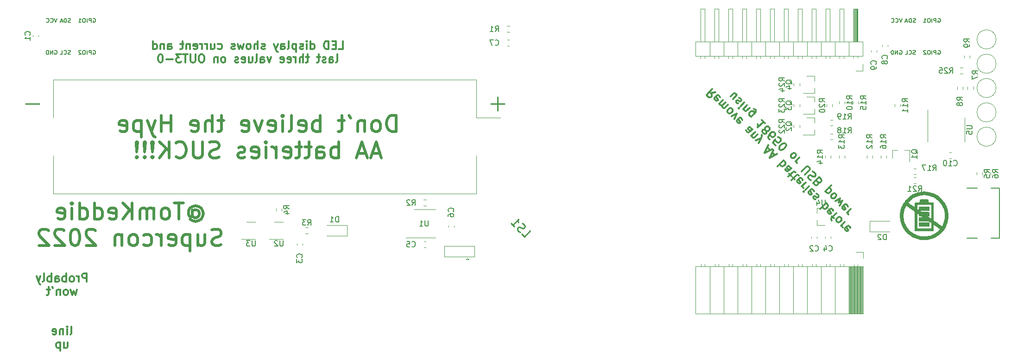
<source format=gbo>
G04 #@! TF.GenerationSoftware,KiCad,Pcbnew,6.0.7-f9a2dced07~116~ubuntu22.04.1*
G04 #@! TF.CreationDate,2022-10-14T14:31:02-07:00*
G04 #@! TF.ProjectId,badge-18650,62616467-652d-4313-9836-35302e6b6963,rev?*
G04 #@! TF.SameCoordinates,Original*
G04 #@! TF.FileFunction,Legend,Bot*
G04 #@! TF.FilePolarity,Positive*
%FSLAX46Y46*%
G04 Gerber Fmt 4.6, Leading zero omitted, Abs format (unit mm)*
G04 Created by KiCad (PCBNEW 6.0.7-f9a2dced07~116~ubuntu22.04.1) date 2022-10-14 14:31:02*
%MOMM*%
%LPD*%
G01*
G04 APERTURE LIST*
%ADD10C,0.300000*%
%ADD11C,0.500000*%
%ADD12C,0.250000*%
%ADD13C,0.150000*%
%ADD14C,0.120000*%
G04 APERTURE END LIST*
D10*
X162072942Y-101502871D02*
X162787228Y-101502871D01*
X162787228Y-100002871D01*
X161572942Y-100717157D02*
X161072942Y-100717157D01*
X160858657Y-101502871D02*
X161572942Y-101502871D01*
X161572942Y-100002871D01*
X160858657Y-100002871D01*
X160215800Y-101502871D02*
X160215800Y-100002871D01*
X159858657Y-100002871D01*
X159644371Y-100074300D01*
X159501514Y-100217157D01*
X159430085Y-100360014D01*
X159358657Y-100645728D01*
X159358657Y-100860014D01*
X159430085Y-101145728D01*
X159501514Y-101288585D01*
X159644371Y-101431442D01*
X159858657Y-101502871D01*
X160215800Y-101502871D01*
X156930085Y-101502871D02*
X156930085Y-100002871D01*
X156930085Y-101431442D02*
X157072942Y-101502871D01*
X157358657Y-101502871D01*
X157501514Y-101431442D01*
X157572942Y-101360014D01*
X157644371Y-101217157D01*
X157644371Y-100788585D01*
X157572942Y-100645728D01*
X157501514Y-100574300D01*
X157358657Y-100502871D01*
X157072942Y-100502871D01*
X156930085Y-100574300D01*
X156215800Y-101502871D02*
X156215800Y-100502871D01*
X156215800Y-100002871D02*
X156287228Y-100074300D01*
X156215800Y-100145728D01*
X156144371Y-100074300D01*
X156215800Y-100002871D01*
X156215800Y-100145728D01*
X155572942Y-101431442D02*
X155430085Y-101502871D01*
X155144371Y-101502871D01*
X155001514Y-101431442D01*
X154930085Y-101288585D01*
X154930085Y-101217157D01*
X155001514Y-101074300D01*
X155144371Y-101002871D01*
X155358657Y-101002871D01*
X155501514Y-100931442D01*
X155572942Y-100788585D01*
X155572942Y-100717157D01*
X155501514Y-100574300D01*
X155358657Y-100502871D01*
X155144371Y-100502871D01*
X155001514Y-100574300D01*
X154287228Y-100502871D02*
X154287228Y-102002871D01*
X154287228Y-100574300D02*
X154144371Y-100502871D01*
X153858657Y-100502871D01*
X153715800Y-100574300D01*
X153644371Y-100645728D01*
X153572942Y-100788585D01*
X153572942Y-101217157D01*
X153644371Y-101360014D01*
X153715800Y-101431442D01*
X153858657Y-101502871D01*
X154144371Y-101502871D01*
X154287228Y-101431442D01*
X152715800Y-101502871D02*
X152858657Y-101431442D01*
X152930085Y-101288585D01*
X152930085Y-100002871D01*
X151501514Y-101502871D02*
X151501514Y-100717157D01*
X151572942Y-100574300D01*
X151715800Y-100502871D01*
X152001514Y-100502871D01*
X152144371Y-100574300D01*
X151501514Y-101431442D02*
X151644371Y-101502871D01*
X152001514Y-101502871D01*
X152144371Y-101431442D01*
X152215800Y-101288585D01*
X152215800Y-101145728D01*
X152144371Y-101002871D01*
X152001514Y-100931442D01*
X151644371Y-100931442D01*
X151501514Y-100860014D01*
X150930085Y-100502871D02*
X150572942Y-101502871D01*
X150215800Y-100502871D02*
X150572942Y-101502871D01*
X150715800Y-101860014D01*
X150787228Y-101931442D01*
X150930085Y-102002871D01*
X148572942Y-101431442D02*
X148430085Y-101502871D01*
X148144371Y-101502871D01*
X148001514Y-101431442D01*
X147930085Y-101288585D01*
X147930085Y-101217157D01*
X148001514Y-101074300D01*
X148144371Y-101002871D01*
X148358657Y-101002871D01*
X148501514Y-100931442D01*
X148572942Y-100788585D01*
X148572942Y-100717157D01*
X148501514Y-100574300D01*
X148358657Y-100502871D01*
X148144371Y-100502871D01*
X148001514Y-100574300D01*
X147287228Y-101502871D02*
X147287228Y-100002871D01*
X146644371Y-101502871D02*
X146644371Y-100717157D01*
X146715800Y-100574300D01*
X146858657Y-100502871D01*
X147072942Y-100502871D01*
X147215800Y-100574300D01*
X147287228Y-100645728D01*
X145715800Y-101502871D02*
X145858657Y-101431442D01*
X145930085Y-101360014D01*
X146001514Y-101217157D01*
X146001514Y-100788585D01*
X145930085Y-100645728D01*
X145858657Y-100574300D01*
X145715800Y-100502871D01*
X145501514Y-100502871D01*
X145358657Y-100574300D01*
X145287228Y-100645728D01*
X145215800Y-100788585D01*
X145215800Y-101217157D01*
X145287228Y-101360014D01*
X145358657Y-101431442D01*
X145501514Y-101502871D01*
X145715800Y-101502871D01*
X144715800Y-100502871D02*
X144430085Y-101502871D01*
X144144371Y-100788585D01*
X143858657Y-101502871D01*
X143572942Y-100502871D01*
X143072942Y-101431442D02*
X142930085Y-101502871D01*
X142644371Y-101502871D01*
X142501514Y-101431442D01*
X142430085Y-101288585D01*
X142430085Y-101217157D01*
X142501514Y-101074300D01*
X142644371Y-101002871D01*
X142858657Y-101002871D01*
X143001514Y-100931442D01*
X143072942Y-100788585D01*
X143072942Y-100717157D01*
X143001514Y-100574300D01*
X142858657Y-100502871D01*
X142644371Y-100502871D01*
X142501514Y-100574300D01*
X140001514Y-101431442D02*
X140144371Y-101502871D01*
X140430085Y-101502871D01*
X140572942Y-101431442D01*
X140644371Y-101360014D01*
X140715800Y-101217157D01*
X140715800Y-100788585D01*
X140644371Y-100645728D01*
X140572942Y-100574300D01*
X140430085Y-100502871D01*
X140144371Y-100502871D01*
X140001514Y-100574300D01*
X138715800Y-100502871D02*
X138715800Y-101502871D01*
X139358657Y-100502871D02*
X139358657Y-101288585D01*
X139287228Y-101431442D01*
X139144371Y-101502871D01*
X138930085Y-101502871D01*
X138787228Y-101431442D01*
X138715800Y-101360014D01*
X138001514Y-101502871D02*
X138001514Y-100502871D01*
X138001514Y-100788585D02*
X137930085Y-100645728D01*
X137858657Y-100574300D01*
X137715800Y-100502871D01*
X137572942Y-100502871D01*
X137072942Y-101502871D02*
X137072942Y-100502871D01*
X137072942Y-100788585D02*
X137001514Y-100645728D01*
X136930085Y-100574300D01*
X136787228Y-100502871D01*
X136644371Y-100502871D01*
X135572942Y-101431442D02*
X135715800Y-101502871D01*
X136001514Y-101502871D01*
X136144371Y-101431442D01*
X136215800Y-101288585D01*
X136215800Y-100717157D01*
X136144371Y-100574300D01*
X136001514Y-100502871D01*
X135715800Y-100502871D01*
X135572942Y-100574300D01*
X135501514Y-100717157D01*
X135501514Y-100860014D01*
X136215800Y-101002871D01*
X134858657Y-100502871D02*
X134858657Y-101502871D01*
X134858657Y-100645728D02*
X134787228Y-100574300D01*
X134644371Y-100502871D01*
X134430085Y-100502871D01*
X134287228Y-100574300D01*
X134215800Y-100717157D01*
X134215800Y-101502871D01*
X133715800Y-100502871D02*
X133144371Y-100502871D01*
X133501514Y-100002871D02*
X133501514Y-101288585D01*
X133430085Y-101431442D01*
X133287228Y-101502871D01*
X133144371Y-101502871D01*
X130858657Y-101502871D02*
X130858657Y-100717157D01*
X130930085Y-100574300D01*
X131072942Y-100502871D01*
X131358657Y-100502871D01*
X131501514Y-100574300D01*
X130858657Y-101431442D02*
X131001514Y-101502871D01*
X131358657Y-101502871D01*
X131501514Y-101431442D01*
X131572942Y-101288585D01*
X131572942Y-101145728D01*
X131501514Y-101002871D01*
X131358657Y-100931442D01*
X131001514Y-100931442D01*
X130858657Y-100860014D01*
X130144371Y-100502871D02*
X130144371Y-101502871D01*
X130144371Y-100645728D02*
X130072942Y-100574300D01*
X129930085Y-100502871D01*
X129715800Y-100502871D01*
X129572942Y-100574300D01*
X129501514Y-100717157D01*
X129501514Y-101502871D01*
X128144371Y-101502871D02*
X128144371Y-100002871D01*
X128144371Y-101431442D02*
X128287228Y-101502871D01*
X128572942Y-101502871D01*
X128715800Y-101431442D01*
X128787228Y-101360014D01*
X128858657Y-101217157D01*
X128858657Y-100788585D01*
X128787228Y-100645728D01*
X128715800Y-100574300D01*
X128572942Y-100502871D01*
X128287228Y-100502871D01*
X128144371Y-100574300D01*
X161572942Y-103917871D02*
X161715800Y-103846442D01*
X161787228Y-103703585D01*
X161787228Y-102417871D01*
X160358657Y-103917871D02*
X160358657Y-103132157D01*
X160430085Y-102989300D01*
X160572942Y-102917871D01*
X160858657Y-102917871D01*
X161001514Y-102989300D01*
X160358657Y-103846442D02*
X160501514Y-103917871D01*
X160858657Y-103917871D01*
X161001514Y-103846442D01*
X161072942Y-103703585D01*
X161072942Y-103560728D01*
X161001514Y-103417871D01*
X160858657Y-103346442D01*
X160501514Y-103346442D01*
X160358657Y-103275014D01*
X159715800Y-103846442D02*
X159572942Y-103917871D01*
X159287228Y-103917871D01*
X159144371Y-103846442D01*
X159072942Y-103703585D01*
X159072942Y-103632157D01*
X159144371Y-103489300D01*
X159287228Y-103417871D01*
X159501514Y-103417871D01*
X159644371Y-103346442D01*
X159715800Y-103203585D01*
X159715800Y-103132157D01*
X159644371Y-102989300D01*
X159501514Y-102917871D01*
X159287228Y-102917871D01*
X159144371Y-102989300D01*
X158644371Y-102917871D02*
X158072942Y-102917871D01*
X158430085Y-102417871D02*
X158430085Y-103703585D01*
X158358657Y-103846442D01*
X158215800Y-103917871D01*
X158072942Y-103917871D01*
X156644371Y-102917871D02*
X156072942Y-102917871D01*
X156430085Y-102417871D02*
X156430085Y-103703585D01*
X156358657Y-103846442D01*
X156215800Y-103917871D01*
X156072942Y-103917871D01*
X155572942Y-103917871D02*
X155572942Y-102417871D01*
X154930085Y-103917871D02*
X154930085Y-103132157D01*
X155001514Y-102989300D01*
X155144371Y-102917871D01*
X155358657Y-102917871D01*
X155501514Y-102989300D01*
X155572942Y-103060728D01*
X154215800Y-103917871D02*
X154215800Y-102917871D01*
X154215800Y-103203585D02*
X154144371Y-103060728D01*
X154072942Y-102989300D01*
X153930085Y-102917871D01*
X153787228Y-102917871D01*
X152715800Y-103846442D02*
X152858657Y-103917871D01*
X153144371Y-103917871D01*
X153287228Y-103846442D01*
X153358657Y-103703585D01*
X153358657Y-103132157D01*
X153287228Y-102989300D01*
X153144371Y-102917871D01*
X152858657Y-102917871D01*
X152715800Y-102989300D01*
X152644371Y-103132157D01*
X152644371Y-103275014D01*
X153358657Y-103417871D01*
X151430085Y-103846442D02*
X151572942Y-103917871D01*
X151858657Y-103917871D01*
X152001514Y-103846442D01*
X152072942Y-103703585D01*
X152072942Y-103132157D01*
X152001514Y-102989300D01*
X151858657Y-102917871D01*
X151572942Y-102917871D01*
X151430085Y-102989300D01*
X151358657Y-103132157D01*
X151358657Y-103275014D01*
X152072942Y-103417871D01*
X149715800Y-102917871D02*
X149358657Y-103917871D01*
X149001514Y-102917871D01*
X147787228Y-103917871D02*
X147787228Y-103132157D01*
X147858657Y-102989300D01*
X148001514Y-102917871D01*
X148287228Y-102917871D01*
X148430085Y-102989300D01*
X147787228Y-103846442D02*
X147930085Y-103917871D01*
X148287228Y-103917871D01*
X148430085Y-103846442D01*
X148501514Y-103703585D01*
X148501514Y-103560728D01*
X148430085Y-103417871D01*
X148287228Y-103346442D01*
X147930085Y-103346442D01*
X147787228Y-103275014D01*
X146858657Y-103917871D02*
X147001514Y-103846442D01*
X147072942Y-103703585D01*
X147072942Y-102417871D01*
X145644371Y-102917871D02*
X145644371Y-103917871D01*
X146287228Y-102917871D02*
X146287228Y-103703585D01*
X146215800Y-103846442D01*
X146072942Y-103917871D01*
X145858657Y-103917871D01*
X145715800Y-103846442D01*
X145644371Y-103775014D01*
X144358657Y-103846442D02*
X144501514Y-103917871D01*
X144787228Y-103917871D01*
X144930085Y-103846442D01*
X145001514Y-103703585D01*
X145001514Y-103132157D01*
X144930085Y-102989300D01*
X144787228Y-102917871D01*
X144501514Y-102917871D01*
X144358657Y-102989300D01*
X144287228Y-103132157D01*
X144287228Y-103275014D01*
X145001514Y-103417871D01*
X143715800Y-103846442D02*
X143572942Y-103917871D01*
X143287228Y-103917871D01*
X143144371Y-103846442D01*
X143072942Y-103703585D01*
X143072942Y-103632157D01*
X143144371Y-103489300D01*
X143287228Y-103417871D01*
X143501514Y-103417871D01*
X143644371Y-103346442D01*
X143715800Y-103203585D01*
X143715800Y-103132157D01*
X143644371Y-102989300D01*
X143501514Y-102917871D01*
X143287228Y-102917871D01*
X143144371Y-102989300D01*
X141072942Y-103917871D02*
X141215800Y-103846442D01*
X141287228Y-103775014D01*
X141358657Y-103632157D01*
X141358657Y-103203585D01*
X141287228Y-103060728D01*
X141215800Y-102989300D01*
X141072942Y-102917871D01*
X140858657Y-102917871D01*
X140715800Y-102989300D01*
X140644371Y-103060728D01*
X140572942Y-103203585D01*
X140572942Y-103632157D01*
X140644371Y-103775014D01*
X140715800Y-103846442D01*
X140858657Y-103917871D01*
X141072942Y-103917871D01*
X139930085Y-102917871D02*
X139930085Y-103917871D01*
X139930085Y-103060728D02*
X139858657Y-102989300D01*
X139715800Y-102917871D01*
X139501514Y-102917871D01*
X139358657Y-102989300D01*
X139287228Y-103132157D01*
X139287228Y-103917871D01*
X137144371Y-102417871D02*
X136858657Y-102417871D01*
X136715800Y-102489300D01*
X136572942Y-102632157D01*
X136501514Y-102917871D01*
X136501514Y-103417871D01*
X136572942Y-103703585D01*
X136715800Y-103846442D01*
X136858657Y-103917871D01*
X137144371Y-103917871D01*
X137287228Y-103846442D01*
X137430085Y-103703585D01*
X137501514Y-103417871D01*
X137501514Y-102917871D01*
X137430085Y-102632157D01*
X137287228Y-102489300D01*
X137144371Y-102417871D01*
X135858657Y-102417871D02*
X135858657Y-103632157D01*
X135787228Y-103775014D01*
X135715800Y-103846442D01*
X135572942Y-103917871D01*
X135287228Y-103917871D01*
X135144371Y-103846442D01*
X135072942Y-103775014D01*
X135001514Y-103632157D01*
X135001514Y-102417871D01*
X134501514Y-102417871D02*
X133644371Y-102417871D01*
X134072942Y-103917871D02*
X134072942Y-102417871D01*
X133287228Y-102417871D02*
X132358657Y-102417871D01*
X132858657Y-102989300D01*
X132644371Y-102989300D01*
X132501514Y-103060728D01*
X132430085Y-103132157D01*
X132358657Y-103275014D01*
X132358657Y-103632157D01*
X132430085Y-103775014D01*
X132501514Y-103846442D01*
X132644371Y-103917871D01*
X133072942Y-103917871D01*
X133215800Y-103846442D01*
X133287228Y-103775014D01*
X131715800Y-103346442D02*
X130572942Y-103346442D01*
X129572942Y-102417871D02*
X129430085Y-102417871D01*
X129287228Y-102489300D01*
X129215800Y-102560728D01*
X129144371Y-102703585D01*
X129072942Y-102989300D01*
X129072942Y-103346442D01*
X129144371Y-103632157D01*
X129215800Y-103775014D01*
X129287228Y-103846442D01*
X129430085Y-103917871D01*
X129572942Y-103917871D01*
X129715800Y-103846442D01*
X129787228Y-103775014D01*
X129858657Y-103632157D01*
X129930085Y-103346442D01*
X129930085Y-102989300D01*
X129858657Y-102703585D01*
X129787228Y-102560728D01*
X129715800Y-102489300D01*
X129572942Y-102417871D01*
X116041714Y-143993071D02*
X116041714Y-142493071D01*
X115470285Y-142493071D01*
X115327428Y-142564500D01*
X115256000Y-142635928D01*
X115184571Y-142778785D01*
X115184571Y-142993071D01*
X115256000Y-143135928D01*
X115327428Y-143207357D01*
X115470285Y-143278785D01*
X116041714Y-143278785D01*
X114541714Y-143993071D02*
X114541714Y-142993071D01*
X114541714Y-143278785D02*
X114470285Y-143135928D01*
X114398857Y-143064500D01*
X114256000Y-142993071D01*
X114113142Y-142993071D01*
X113398857Y-143993071D02*
X113541714Y-143921642D01*
X113613142Y-143850214D01*
X113684571Y-143707357D01*
X113684571Y-143278785D01*
X113613142Y-143135928D01*
X113541714Y-143064500D01*
X113398857Y-142993071D01*
X113184571Y-142993071D01*
X113041714Y-143064500D01*
X112970285Y-143135928D01*
X112898857Y-143278785D01*
X112898857Y-143707357D01*
X112970285Y-143850214D01*
X113041714Y-143921642D01*
X113184571Y-143993071D01*
X113398857Y-143993071D01*
X112256000Y-143993071D02*
X112256000Y-142493071D01*
X112256000Y-143064500D02*
X112113142Y-142993071D01*
X111827428Y-142993071D01*
X111684571Y-143064500D01*
X111613142Y-143135928D01*
X111541714Y-143278785D01*
X111541714Y-143707357D01*
X111613142Y-143850214D01*
X111684571Y-143921642D01*
X111827428Y-143993071D01*
X112113142Y-143993071D01*
X112256000Y-143921642D01*
X110256000Y-143993071D02*
X110256000Y-143207357D01*
X110327428Y-143064500D01*
X110470285Y-142993071D01*
X110756000Y-142993071D01*
X110898857Y-143064500D01*
X110256000Y-143921642D02*
X110398857Y-143993071D01*
X110756000Y-143993071D01*
X110898857Y-143921642D01*
X110970285Y-143778785D01*
X110970285Y-143635928D01*
X110898857Y-143493071D01*
X110756000Y-143421642D01*
X110398857Y-143421642D01*
X110256000Y-143350214D01*
X109541714Y-143993071D02*
X109541714Y-142493071D01*
X109541714Y-143064500D02*
X109398857Y-142993071D01*
X109113142Y-142993071D01*
X108970285Y-143064500D01*
X108898857Y-143135928D01*
X108827428Y-143278785D01*
X108827428Y-143707357D01*
X108898857Y-143850214D01*
X108970285Y-143921642D01*
X109113142Y-143993071D01*
X109398857Y-143993071D01*
X109541714Y-143921642D01*
X107970285Y-143993071D02*
X108113142Y-143921642D01*
X108184571Y-143778785D01*
X108184571Y-142493071D01*
X107541714Y-142993071D02*
X107184571Y-143993071D01*
X106827428Y-142993071D02*
X107184571Y-143993071D01*
X107327428Y-144350214D01*
X107398857Y-144421642D01*
X107541714Y-144493071D01*
X114220285Y-145408071D02*
X113934571Y-146408071D01*
X113648857Y-145693785D01*
X113363142Y-146408071D01*
X113077428Y-145408071D01*
X112291714Y-146408071D02*
X112434571Y-146336642D01*
X112506000Y-146265214D01*
X112577428Y-146122357D01*
X112577428Y-145693785D01*
X112506000Y-145550928D01*
X112434571Y-145479500D01*
X112291714Y-145408071D01*
X112077428Y-145408071D01*
X111934571Y-145479500D01*
X111863142Y-145550928D01*
X111791714Y-145693785D01*
X111791714Y-146122357D01*
X111863142Y-146265214D01*
X111934571Y-146336642D01*
X112077428Y-146408071D01*
X112291714Y-146408071D01*
X111148857Y-145408071D02*
X111148857Y-146408071D01*
X111148857Y-145550928D02*
X111077428Y-145479500D01*
X110934571Y-145408071D01*
X110720285Y-145408071D01*
X110577428Y-145479500D01*
X110506000Y-145622357D01*
X110506000Y-146408071D01*
X109720285Y-144908071D02*
X109863142Y-145193785D01*
X109291714Y-145408071D02*
X108720285Y-145408071D01*
X109077428Y-144908071D02*
X109077428Y-146193785D01*
X109006000Y-146336642D01*
X108863142Y-146408071D01*
X108720285Y-146408071D01*
X113006000Y-153653071D02*
X113148857Y-153581642D01*
X113220285Y-153438785D01*
X113220285Y-152153071D01*
X112434571Y-153653071D02*
X112434571Y-152653071D01*
X112434571Y-152153071D02*
X112506000Y-152224500D01*
X112434571Y-152295928D01*
X112363142Y-152224500D01*
X112434571Y-152153071D01*
X112434571Y-152295928D01*
X111720285Y-152653071D02*
X111720285Y-153653071D01*
X111720285Y-152795928D02*
X111648857Y-152724500D01*
X111506000Y-152653071D01*
X111291714Y-152653071D01*
X111148857Y-152724500D01*
X111077428Y-152867357D01*
X111077428Y-153653071D01*
X109791714Y-153581642D02*
X109934571Y-153653071D01*
X110220285Y-153653071D01*
X110363142Y-153581642D01*
X110434571Y-153438785D01*
X110434571Y-152867357D01*
X110363142Y-152724500D01*
X110220285Y-152653071D01*
X109934571Y-152653071D01*
X109791714Y-152724500D01*
X109720285Y-152867357D01*
X109720285Y-153010214D01*
X110434571Y-153153071D01*
X111863142Y-155068071D02*
X111863142Y-156068071D01*
X112506000Y-155068071D02*
X112506000Y-155853785D01*
X112434571Y-155996642D01*
X112291714Y-156068071D01*
X112077428Y-156068071D01*
X111934571Y-155996642D01*
X111863142Y-155925214D01*
X111148857Y-155068071D02*
X111148857Y-156568071D01*
X111148857Y-155139500D02*
X111006000Y-155068071D01*
X110720285Y-155068071D01*
X110577428Y-155139500D01*
X110506000Y-155210928D01*
X110434571Y-155353785D01*
X110434571Y-155782357D01*
X110506000Y-155925214D01*
X110577428Y-155996642D01*
X110720285Y-156068071D01*
X111006000Y-156068071D01*
X111148857Y-155996642D01*
X230914261Y-109386678D02*
X230055631Y-109538201D01*
X230308169Y-108780586D02*
X229247509Y-109841247D01*
X229651570Y-110245308D01*
X229803093Y-110295815D01*
X229904108Y-110295815D01*
X230055631Y-110245308D01*
X230207154Y-110093785D01*
X230257662Y-109942262D01*
X230257662Y-109841247D01*
X230207154Y-109689724D01*
X229803093Y-109285663D01*
X231722383Y-110295815D02*
X231671875Y-110144292D01*
X231469845Y-109942262D01*
X231318322Y-109891754D01*
X231166799Y-109942262D01*
X230762738Y-110346323D01*
X230712230Y-110497846D01*
X230762738Y-110649369D01*
X230964768Y-110851399D01*
X231116291Y-110901907D01*
X231267814Y-110851399D01*
X231368829Y-110750384D01*
X230964768Y-110144292D01*
X232277967Y-110750384D02*
X231570860Y-111457491D01*
X231671875Y-111356475D02*
X231671875Y-111457491D01*
X231722383Y-111609014D01*
X231873906Y-111760536D01*
X232025429Y-111811044D01*
X232176952Y-111760536D01*
X232732535Y-111204953D01*
X232176952Y-111760536D02*
X232126444Y-111912059D01*
X232176952Y-112063582D01*
X232328474Y-112215105D01*
X232479997Y-112265613D01*
X232631520Y-112215105D01*
X233187104Y-111659521D01*
X233843703Y-112316120D02*
X233692180Y-112265613D01*
X233591165Y-112265613D01*
X233439642Y-112316120D01*
X233136596Y-112619166D01*
X233086089Y-112770689D01*
X233086089Y-112871704D01*
X233136596Y-113023227D01*
X233288119Y-113174750D01*
X233439642Y-113225258D01*
X233540657Y-113225258D01*
X233692180Y-113174750D01*
X233995226Y-112871704D01*
X234045734Y-112720181D01*
X234045734Y-112619166D01*
X233995226Y-112467643D01*
X233843703Y-112316120D01*
X233843703Y-113730334D02*
X234803348Y-113275765D01*
X234348779Y-114235410D01*
X235813501Y-114386933D02*
X235762993Y-114235410D01*
X235560963Y-114033380D01*
X235409440Y-113982872D01*
X235257917Y-114033380D01*
X234853856Y-114437441D01*
X234803348Y-114588964D01*
X234853856Y-114740486D01*
X235055886Y-114942517D01*
X235207409Y-114993025D01*
X235358932Y-114942517D01*
X235459947Y-114841502D01*
X235055886Y-114235410D01*
X237631775Y-116104192D02*
X237076191Y-116659776D01*
X236924668Y-116710284D01*
X236773146Y-116659776D01*
X236571115Y-116457746D01*
X236520607Y-116306223D01*
X237581268Y-116154700D02*
X237530760Y-116003177D01*
X237278222Y-115750639D01*
X237126699Y-115700131D01*
X236975176Y-115750639D01*
X236874161Y-115851654D01*
X236823653Y-116003177D01*
X236874161Y-116154700D01*
X237126699Y-116407238D01*
X237177207Y-116558761D01*
X237429745Y-117316375D02*
X238136852Y-116609269D01*
X237530760Y-117215360D02*
X237530760Y-117316375D01*
X237581268Y-117467898D01*
X237732791Y-117619421D01*
X237884313Y-117669929D01*
X238035836Y-117619421D01*
X238591420Y-117063837D01*
X238288374Y-118175005D02*
X239248019Y-117720436D01*
X238793451Y-118680081D02*
X239248019Y-117720436D01*
X239399542Y-117366883D01*
X239399542Y-117265868D01*
X239349035Y-117114345D01*
X240359187Y-119437696D02*
X240864263Y-119942772D01*
X240561218Y-119033635D02*
X239854111Y-120447848D01*
X241268324Y-119740742D01*
X241268324Y-120346833D02*
X241773401Y-120851909D01*
X241470355Y-119942772D02*
X240763248Y-121356986D01*
X242177462Y-120649879D01*
X243339137Y-121811554D02*
X242278477Y-122872214D01*
X242682538Y-122468153D02*
X242733046Y-122619676D01*
X242935076Y-122821707D01*
X243086599Y-122872214D01*
X243187614Y-122872214D01*
X243339137Y-122821707D01*
X243642183Y-122518661D01*
X243692691Y-122367138D01*
X243692691Y-122266123D01*
X243642183Y-122114600D01*
X243440152Y-121912569D01*
X243288630Y-121862062D01*
X244753351Y-123225768D02*
X244197767Y-123781352D01*
X244046244Y-123831859D01*
X243894721Y-123781352D01*
X243692691Y-123579321D01*
X243642183Y-123427798D01*
X244702843Y-123276275D02*
X244652335Y-123124753D01*
X244399797Y-122872214D01*
X244248274Y-122821707D01*
X244096752Y-122872214D01*
X243995736Y-122973230D01*
X243945229Y-123124753D01*
X243995736Y-123276275D01*
X244248274Y-123528814D01*
X244298782Y-123680336D01*
X244399797Y-124286428D02*
X244803858Y-124690489D01*
X244197767Y-124791504D02*
X245106904Y-123882367D01*
X245258427Y-123831859D01*
X245409950Y-123882367D01*
X245510965Y-123983382D01*
X245005889Y-124892519D02*
X245409950Y-125296581D01*
X244803858Y-125397596D02*
X245712996Y-124488458D01*
X245864519Y-124437951D01*
X246016041Y-124488458D01*
X246117057Y-124589474D01*
X246824163Y-125397596D02*
X246773656Y-125246073D01*
X246571625Y-125044042D01*
X246420102Y-124993535D01*
X246268580Y-125044042D01*
X245864519Y-125448103D01*
X245814011Y-125599626D01*
X245864519Y-125751149D01*
X246066549Y-125953180D01*
X246218072Y-126003687D01*
X246369595Y-125953180D01*
X246470610Y-125852164D01*
X246066549Y-125246073D01*
X247379747Y-125852164D02*
X246672641Y-126559271D01*
X246874671Y-126357241D02*
X246824163Y-126508764D01*
X246824163Y-126609779D01*
X246874671Y-126761302D01*
X246975686Y-126862317D01*
X248036346Y-126508764D02*
X247329240Y-127215870D01*
X246975686Y-127569424D02*
X246975686Y-127468408D01*
X247076702Y-127468408D01*
X247076702Y-127569424D01*
X246975686Y-127569424D01*
X247076702Y-127468408D01*
X248894976Y-127468408D02*
X248844469Y-127316886D01*
X248642438Y-127114855D01*
X248490915Y-127064347D01*
X248339392Y-127114855D01*
X247935331Y-127518916D01*
X247884824Y-127670439D01*
X247935331Y-127821962D01*
X248137362Y-128023992D01*
X248288885Y-128074500D01*
X248440407Y-128023992D01*
X248541423Y-127922977D01*
X248137362Y-127316886D01*
X249349545Y-127922977D02*
X249501068Y-127973485D01*
X249703098Y-128175515D01*
X249753606Y-128327038D01*
X249703098Y-128478561D01*
X249652591Y-128529069D01*
X249501068Y-128579576D01*
X249349545Y-128529069D01*
X249198022Y-128377546D01*
X249046499Y-128327038D01*
X248894976Y-128377546D01*
X248844469Y-128428053D01*
X248793961Y-128579576D01*
X248844469Y-128731099D01*
X248995991Y-128882622D01*
X249147514Y-128933130D01*
X251117312Y-129589729D02*
X250056652Y-130650389D01*
X250460713Y-130246328D02*
X250511220Y-130397851D01*
X250713251Y-130599881D01*
X250864774Y-130650389D01*
X250965789Y-130650389D01*
X251117312Y-130599881D01*
X251420358Y-130296836D01*
X251470865Y-130145313D01*
X251470865Y-130044297D01*
X251420358Y-129892775D01*
X251218327Y-129690744D01*
X251066804Y-129640236D01*
X252430510Y-131003942D02*
X252380002Y-130852420D01*
X252177972Y-130650389D01*
X252026449Y-130599881D01*
X251874926Y-130650389D01*
X251470865Y-131054450D01*
X251420358Y-131205973D01*
X251470865Y-131357496D01*
X251672896Y-131559526D01*
X251824419Y-131610034D01*
X251975941Y-131559526D01*
X252076957Y-131458511D01*
X251672896Y-130852420D01*
X252127464Y-132014095D02*
X252531525Y-132418156D01*
X252986094Y-131458511D02*
X252076957Y-132367648D01*
X252026449Y-132519171D01*
X252076957Y-132670694D01*
X252177972Y-132771709D01*
X253743708Y-132216125D02*
X253592185Y-132165618D01*
X253491170Y-132165618D01*
X253339647Y-132216125D01*
X253036602Y-132519171D01*
X252986094Y-132670694D01*
X252986094Y-132771709D01*
X253036602Y-132923232D01*
X253188124Y-133074755D01*
X253339647Y-133125263D01*
X253440663Y-133125263D01*
X253592185Y-133074755D01*
X253895231Y-132771709D01*
X253945739Y-132620186D01*
X253945739Y-132519171D01*
X253895231Y-132367648D01*
X253743708Y-132216125D01*
X254551830Y-133024247D02*
X253844724Y-133731354D01*
X254046754Y-133529324D02*
X253996246Y-133680847D01*
X253996246Y-133781862D01*
X254046754Y-133933385D01*
X254147769Y-134034400D01*
X255561983Y-134135415D02*
X255511475Y-133983892D01*
X255309445Y-133781862D01*
X255157922Y-133731354D01*
X255006399Y-133781862D01*
X254602338Y-134185923D01*
X254551830Y-134337446D01*
X254602338Y-134488969D01*
X254804369Y-134690999D01*
X254955891Y-134741507D01*
X255107414Y-134690999D01*
X255208430Y-134589984D01*
X254804369Y-133983892D01*
X234111899Y-110583203D02*
X234819006Y-109876097D01*
X233657330Y-110128635D02*
X234212914Y-109573051D01*
X234364437Y-109522543D01*
X234515960Y-109573051D01*
X234667483Y-109724574D01*
X234717990Y-109876097D01*
X234717990Y-109977112D01*
X235223067Y-110381173D02*
X235374590Y-110431681D01*
X235576620Y-110633711D01*
X235627128Y-110785234D01*
X235576620Y-110936757D01*
X235526112Y-110987265D01*
X235374590Y-111037772D01*
X235223067Y-110987265D01*
X235071544Y-110835742D01*
X234920021Y-110785234D01*
X234768498Y-110835742D01*
X234717990Y-110886249D01*
X234667483Y-111037772D01*
X234717990Y-111189295D01*
X234869513Y-111340818D01*
X235021036Y-111391326D01*
X236182712Y-111239803D02*
X235475605Y-111946909D01*
X235122051Y-112300463D02*
X235122051Y-112199448D01*
X235223067Y-112199448D01*
X235223067Y-112300463D01*
X235122051Y-112300463D01*
X235223067Y-112199448D01*
X235980681Y-112451986D02*
X236687788Y-111744879D01*
X236081696Y-112350970D02*
X236081696Y-112451986D01*
X236132204Y-112603509D01*
X236283727Y-112755031D01*
X236435250Y-112805539D01*
X236586773Y-112755031D01*
X237142356Y-112199448D01*
X237394895Y-113866199D02*
X238253524Y-113007570D01*
X238304032Y-112856047D01*
X238304032Y-112755031D01*
X238253524Y-112603509D01*
X238102001Y-112451986D01*
X237950479Y-112401478D01*
X238051494Y-113209600D02*
X238000986Y-113058077D01*
X237798956Y-112856047D01*
X237647433Y-112805539D01*
X237546418Y-112805539D01*
X237394895Y-112856047D01*
X237091849Y-113159092D01*
X237041341Y-113310615D01*
X237041341Y-113411631D01*
X237091849Y-113563154D01*
X237293879Y-113765184D01*
X237445402Y-113815692D01*
X239970784Y-115027875D02*
X239364692Y-114421783D01*
X239667738Y-114724829D02*
X238607078Y-115785489D01*
X238657585Y-115532951D01*
X238657585Y-115330920D01*
X238607078Y-115179398D01*
X239970784Y-116240058D02*
X239819261Y-116189550D01*
X239718245Y-116189550D01*
X239566723Y-116240058D01*
X239516215Y-116290565D01*
X239465707Y-116442088D01*
X239465707Y-116543104D01*
X239516215Y-116694626D01*
X239718245Y-116896657D01*
X239869768Y-116947165D01*
X239970784Y-116947165D01*
X240122306Y-116896657D01*
X240172814Y-116846149D01*
X240223322Y-116694626D01*
X240223322Y-116593611D01*
X240172814Y-116442088D01*
X239970784Y-116240058D01*
X239920276Y-116088535D01*
X239920276Y-115987520D01*
X239970784Y-115835997D01*
X240172814Y-115633966D01*
X240324337Y-115583459D01*
X240425352Y-115583459D01*
X240576875Y-115633966D01*
X240778906Y-115835997D01*
X240829413Y-115987520D01*
X240829413Y-116088535D01*
X240778906Y-116240058D01*
X240576875Y-116442088D01*
X240425352Y-116492596D01*
X240324337Y-116492596D01*
X240172814Y-116442088D01*
X240829413Y-118007825D02*
X240627383Y-117805794D01*
X240576875Y-117654271D01*
X240576875Y-117553256D01*
X240627383Y-117300718D01*
X240778906Y-117048180D01*
X241182967Y-116644119D01*
X241334490Y-116593611D01*
X241435505Y-116593611D01*
X241587028Y-116644119D01*
X241789058Y-116846149D01*
X241839566Y-116997672D01*
X241839566Y-117098687D01*
X241789058Y-117250210D01*
X241536520Y-117502748D01*
X241384997Y-117553256D01*
X241283982Y-117553256D01*
X241132459Y-117502748D01*
X240930429Y-117300718D01*
X240879921Y-117149195D01*
X240879921Y-117048180D01*
X240930429Y-116896657D01*
X241890073Y-119068485D02*
X241384997Y-118563409D01*
X241839566Y-118007825D01*
X241839566Y-118108840D01*
X241890073Y-118260363D01*
X242142612Y-118512901D01*
X242294134Y-118563409D01*
X242395150Y-118563409D01*
X242546673Y-118512901D01*
X242799211Y-118260363D01*
X242849718Y-118108840D01*
X242849718Y-118007825D01*
X242799211Y-117856302D01*
X242546673Y-117603764D01*
X242395150Y-117553256D01*
X242294134Y-117553256D01*
X242597180Y-119775592D02*
X242698195Y-119876607D01*
X242849718Y-119927115D01*
X242950734Y-119927115D01*
X243102256Y-119876607D01*
X243354795Y-119725084D01*
X243607333Y-119472546D01*
X243758856Y-119220008D01*
X243809363Y-119068485D01*
X243809363Y-118967470D01*
X243758856Y-118815947D01*
X243657840Y-118714931D01*
X243506318Y-118664424D01*
X243405302Y-118664424D01*
X243253779Y-118714931D01*
X243001241Y-118866454D01*
X242748703Y-119118992D01*
X242597180Y-119371531D01*
X242546673Y-119523054D01*
X242546673Y-119624069D01*
X242597180Y-119775592D01*
X245425607Y-120482698D02*
X245274084Y-120432191D01*
X245173069Y-120432191D01*
X245021546Y-120482698D01*
X244718501Y-120785744D01*
X244667993Y-120937267D01*
X244667993Y-121038282D01*
X244718501Y-121189805D01*
X244870023Y-121341328D01*
X245021546Y-121391836D01*
X245122562Y-121391836D01*
X245274084Y-121341328D01*
X245577130Y-121038282D01*
X245627638Y-120886759D01*
X245627638Y-120785744D01*
X245577130Y-120634221D01*
X245425607Y-120482698D01*
X246233729Y-121290820D02*
X245526623Y-121997927D01*
X245728653Y-121795897D02*
X245678145Y-121947420D01*
X245678145Y-122048435D01*
X245728653Y-122199958D01*
X245829668Y-122300973D01*
X246637790Y-123816202D02*
X247496420Y-122957572D01*
X247647943Y-122907065D01*
X247748958Y-122907065D01*
X247900481Y-122957572D01*
X248102512Y-123159603D01*
X248153019Y-123311126D01*
X248153019Y-123412141D01*
X248102512Y-123563664D01*
X247243882Y-124422293D01*
X248708603Y-123866709D02*
X248910634Y-123967725D01*
X249163172Y-124220263D01*
X249213679Y-124371786D01*
X249213679Y-124472801D01*
X249163172Y-124624324D01*
X249062157Y-124725339D01*
X248910634Y-124775847D01*
X248809618Y-124775847D01*
X248658095Y-124725339D01*
X248405557Y-124573816D01*
X248254034Y-124523309D01*
X248153019Y-124523309D01*
X248001496Y-124573816D01*
X247900481Y-124674831D01*
X247849973Y-124826354D01*
X247849973Y-124927370D01*
X247900481Y-125078893D01*
X248153019Y-125331431D01*
X248355050Y-125432446D01*
X249617740Y-125785999D02*
X249819771Y-125887015D01*
X249920786Y-125887015D01*
X250072309Y-125836507D01*
X250223832Y-125684984D01*
X250274340Y-125533461D01*
X250274340Y-125432446D01*
X250223832Y-125280923D01*
X249819771Y-124876862D01*
X248759111Y-125937522D01*
X249112664Y-126291076D01*
X249264187Y-126341583D01*
X249365202Y-126341583D01*
X249516725Y-126291076D01*
X249617740Y-126190060D01*
X249668248Y-126038537D01*
X249668248Y-125937522D01*
X249617740Y-125785999D01*
X249264187Y-125432446D01*
X250981446Y-127452751D02*
X252042107Y-126392091D01*
X251031954Y-127402243D02*
X251082462Y-127553766D01*
X251284492Y-127755797D01*
X251436015Y-127806304D01*
X251537030Y-127806304D01*
X251688553Y-127755797D01*
X251991599Y-127452751D01*
X252042107Y-127301228D01*
X252042107Y-127200213D01*
X251991599Y-127048690D01*
X251789568Y-126846659D01*
X251638045Y-126796152D01*
X252799721Y-127856812D02*
X252648198Y-127806304D01*
X252547183Y-127806304D01*
X252395660Y-127856812D01*
X252092614Y-128159858D01*
X252042107Y-128311381D01*
X252042107Y-128412396D01*
X252092614Y-128563919D01*
X252244137Y-128715442D01*
X252395660Y-128765949D01*
X252496675Y-128765949D01*
X252648198Y-128715442D01*
X252951244Y-128412396D01*
X253001751Y-128260873D01*
X253001751Y-128159858D01*
X252951244Y-128008335D01*
X252799721Y-127856812D01*
X252799721Y-129271026D02*
X253708858Y-128765949D01*
X253405812Y-129473056D01*
X254112919Y-129170010D01*
X253607843Y-130079148D01*
X255072564Y-130230670D02*
X255022057Y-130079148D01*
X254820026Y-129877117D01*
X254668503Y-129826609D01*
X254516980Y-129877117D01*
X254112919Y-130281178D01*
X254062412Y-130432701D01*
X254112919Y-130584224D01*
X254314950Y-130786254D01*
X254466473Y-130836762D01*
X254617996Y-130786254D01*
X254719011Y-130685239D01*
X254314950Y-130079148D01*
X255628148Y-130685239D02*
X254921041Y-131392346D01*
X255123072Y-131190315D02*
X255072564Y-131341838D01*
X255072564Y-131442854D01*
X255123072Y-131594376D01*
X255224087Y-131695392D01*
D11*
X172534285Y-116544142D02*
X172534285Y-113544142D01*
X171820000Y-113544142D01*
X171391428Y-113687000D01*
X171105714Y-113972714D01*
X170962857Y-114258428D01*
X170820000Y-114829857D01*
X170820000Y-115258428D01*
X170962857Y-115829857D01*
X171105714Y-116115571D01*
X171391428Y-116401285D01*
X171820000Y-116544142D01*
X172534285Y-116544142D01*
X169105714Y-116544142D02*
X169391428Y-116401285D01*
X169534285Y-116258428D01*
X169677142Y-115972714D01*
X169677142Y-115115571D01*
X169534285Y-114829857D01*
X169391428Y-114687000D01*
X169105714Y-114544142D01*
X168677142Y-114544142D01*
X168391428Y-114687000D01*
X168248571Y-114829857D01*
X168105714Y-115115571D01*
X168105714Y-115972714D01*
X168248571Y-116258428D01*
X168391428Y-116401285D01*
X168677142Y-116544142D01*
X169105714Y-116544142D01*
X166820000Y-114544142D02*
X166820000Y-116544142D01*
X166820000Y-114829857D02*
X166677142Y-114687000D01*
X166391428Y-114544142D01*
X165962857Y-114544142D01*
X165677142Y-114687000D01*
X165534285Y-114972714D01*
X165534285Y-116544142D01*
X163962857Y-113544142D02*
X164248571Y-114115571D01*
X163105714Y-114544142D02*
X161962857Y-114544142D01*
X162677142Y-113544142D02*
X162677142Y-116115571D01*
X162534285Y-116401285D01*
X162248571Y-116544142D01*
X161962857Y-116544142D01*
X158677142Y-116544142D02*
X158677142Y-113544142D01*
X158677142Y-114687000D02*
X158391428Y-114544142D01*
X157820000Y-114544142D01*
X157534285Y-114687000D01*
X157391428Y-114829857D01*
X157248571Y-115115571D01*
X157248571Y-115972714D01*
X157391428Y-116258428D01*
X157534285Y-116401285D01*
X157820000Y-116544142D01*
X158391428Y-116544142D01*
X158677142Y-116401285D01*
X154820000Y-116401285D02*
X155105714Y-116544142D01*
X155677142Y-116544142D01*
X155962857Y-116401285D01*
X156105714Y-116115571D01*
X156105714Y-114972714D01*
X155962857Y-114687000D01*
X155677142Y-114544142D01*
X155105714Y-114544142D01*
X154820000Y-114687000D01*
X154677142Y-114972714D01*
X154677142Y-115258428D01*
X156105714Y-115544142D01*
X152962857Y-116544142D02*
X153248571Y-116401285D01*
X153391428Y-116115571D01*
X153391428Y-113544142D01*
X151820000Y-116544142D02*
X151820000Y-114544142D01*
X151820000Y-113544142D02*
X151962857Y-113687000D01*
X151820000Y-113829857D01*
X151677142Y-113687000D01*
X151820000Y-113544142D01*
X151820000Y-113829857D01*
X149248571Y-116401285D02*
X149534285Y-116544142D01*
X150105714Y-116544142D01*
X150391428Y-116401285D01*
X150534285Y-116115571D01*
X150534285Y-114972714D01*
X150391428Y-114687000D01*
X150105714Y-114544142D01*
X149534285Y-114544142D01*
X149248571Y-114687000D01*
X149105714Y-114972714D01*
X149105714Y-115258428D01*
X150534285Y-115544142D01*
X148105714Y-114544142D02*
X147391428Y-116544142D01*
X146677142Y-114544142D01*
X144391428Y-116401285D02*
X144677142Y-116544142D01*
X145248571Y-116544142D01*
X145534285Y-116401285D01*
X145677142Y-116115571D01*
X145677142Y-114972714D01*
X145534285Y-114687000D01*
X145248571Y-114544142D01*
X144677142Y-114544142D01*
X144391428Y-114687000D01*
X144248571Y-114972714D01*
X144248571Y-115258428D01*
X145677142Y-115544142D01*
X141105714Y-114544142D02*
X139962857Y-114544142D01*
X140677142Y-113544142D02*
X140677142Y-116115571D01*
X140534285Y-116401285D01*
X140248571Y-116544142D01*
X139962857Y-116544142D01*
X138962857Y-116544142D02*
X138962857Y-113544142D01*
X137677142Y-116544142D02*
X137677142Y-114972714D01*
X137820000Y-114687000D01*
X138105714Y-114544142D01*
X138534285Y-114544142D01*
X138820000Y-114687000D01*
X138962857Y-114829857D01*
X135105714Y-116401285D02*
X135391428Y-116544142D01*
X135962857Y-116544142D01*
X136248571Y-116401285D01*
X136391428Y-116115571D01*
X136391428Y-114972714D01*
X136248571Y-114687000D01*
X135962857Y-114544142D01*
X135391428Y-114544142D01*
X135105714Y-114687000D01*
X134962857Y-114972714D01*
X134962857Y-115258428D01*
X136391428Y-115544142D01*
X131391428Y-116544142D02*
X131391428Y-113544142D01*
X131391428Y-114972714D02*
X129677142Y-114972714D01*
X129677142Y-116544142D02*
X129677142Y-113544142D01*
X128534285Y-114544142D02*
X127820000Y-116544142D01*
X127105714Y-114544142D02*
X127820000Y-116544142D01*
X128105714Y-117258428D01*
X128248571Y-117401285D01*
X128534285Y-117544142D01*
X125962857Y-114544142D02*
X125962857Y-117544142D01*
X125962857Y-114687000D02*
X125677142Y-114544142D01*
X125105714Y-114544142D01*
X124820000Y-114687000D01*
X124677142Y-114829857D01*
X124534285Y-115115571D01*
X124534285Y-115972714D01*
X124677142Y-116258428D01*
X124820000Y-116401285D01*
X125105714Y-116544142D01*
X125677142Y-116544142D01*
X125962857Y-116401285D01*
X122105714Y-116401285D02*
X122391428Y-116544142D01*
X122962857Y-116544142D01*
X123248571Y-116401285D01*
X123391428Y-116115571D01*
X123391428Y-114972714D01*
X123248571Y-114687000D01*
X122962857Y-114544142D01*
X122391428Y-114544142D01*
X122105714Y-114687000D01*
X121962857Y-114972714D01*
X121962857Y-115258428D01*
X123391428Y-115544142D01*
X169605714Y-120517000D02*
X168177142Y-120517000D01*
X169891428Y-121374142D02*
X168891428Y-118374142D01*
X167891428Y-121374142D01*
X167034285Y-120517000D02*
X165605714Y-120517000D01*
X167320000Y-121374142D02*
X166320000Y-118374142D01*
X165320000Y-121374142D01*
X162034285Y-121374142D02*
X162034285Y-118374142D01*
X162034285Y-119517000D02*
X161748571Y-119374142D01*
X161177142Y-119374142D01*
X160891428Y-119517000D01*
X160748571Y-119659857D01*
X160605714Y-119945571D01*
X160605714Y-120802714D01*
X160748571Y-121088428D01*
X160891428Y-121231285D01*
X161177142Y-121374142D01*
X161748571Y-121374142D01*
X162034285Y-121231285D01*
X158034285Y-121374142D02*
X158034285Y-119802714D01*
X158177142Y-119517000D01*
X158462857Y-119374142D01*
X159034285Y-119374142D01*
X159320000Y-119517000D01*
X158034285Y-121231285D02*
X158320000Y-121374142D01*
X159034285Y-121374142D01*
X159320000Y-121231285D01*
X159462857Y-120945571D01*
X159462857Y-120659857D01*
X159320000Y-120374142D01*
X159034285Y-120231285D01*
X158320000Y-120231285D01*
X158034285Y-120088428D01*
X157034285Y-119374142D02*
X155891428Y-119374142D01*
X156605714Y-118374142D02*
X156605714Y-120945571D01*
X156462857Y-121231285D01*
X156177142Y-121374142D01*
X155891428Y-121374142D01*
X155320000Y-119374142D02*
X154177142Y-119374142D01*
X154891428Y-118374142D02*
X154891428Y-120945571D01*
X154748571Y-121231285D01*
X154462857Y-121374142D01*
X154177142Y-121374142D01*
X152034285Y-121231285D02*
X152320000Y-121374142D01*
X152891428Y-121374142D01*
X153177142Y-121231285D01*
X153320000Y-120945571D01*
X153320000Y-119802714D01*
X153177142Y-119517000D01*
X152891428Y-119374142D01*
X152320000Y-119374142D01*
X152034285Y-119517000D01*
X151891428Y-119802714D01*
X151891428Y-120088428D01*
X153320000Y-120374142D01*
X150605714Y-121374142D02*
X150605714Y-119374142D01*
X150605714Y-119945571D02*
X150462857Y-119659857D01*
X150320000Y-119517000D01*
X150034285Y-119374142D01*
X149748571Y-119374142D01*
X148748571Y-121374142D02*
X148748571Y-119374142D01*
X148748571Y-118374142D02*
X148891428Y-118517000D01*
X148748571Y-118659857D01*
X148605714Y-118517000D01*
X148748571Y-118374142D01*
X148748571Y-118659857D01*
X146177142Y-121231285D02*
X146462857Y-121374142D01*
X147034285Y-121374142D01*
X147320000Y-121231285D01*
X147462857Y-120945571D01*
X147462857Y-119802714D01*
X147320000Y-119517000D01*
X147034285Y-119374142D01*
X146462857Y-119374142D01*
X146177142Y-119517000D01*
X146034285Y-119802714D01*
X146034285Y-120088428D01*
X147462857Y-120374142D01*
X144891428Y-121231285D02*
X144605714Y-121374142D01*
X144034285Y-121374142D01*
X143748571Y-121231285D01*
X143605714Y-120945571D01*
X143605714Y-120802714D01*
X143748571Y-120517000D01*
X144034285Y-120374142D01*
X144462857Y-120374142D01*
X144748571Y-120231285D01*
X144891428Y-119945571D01*
X144891428Y-119802714D01*
X144748571Y-119517000D01*
X144462857Y-119374142D01*
X144034285Y-119374142D01*
X143748571Y-119517000D01*
X140177142Y-121231285D02*
X139748571Y-121374142D01*
X139034285Y-121374142D01*
X138748571Y-121231285D01*
X138605714Y-121088428D01*
X138462857Y-120802714D01*
X138462857Y-120517000D01*
X138605714Y-120231285D01*
X138748571Y-120088428D01*
X139034285Y-119945571D01*
X139605714Y-119802714D01*
X139891428Y-119659857D01*
X140034285Y-119517000D01*
X140177142Y-119231285D01*
X140177142Y-118945571D01*
X140034285Y-118659857D01*
X139891428Y-118517000D01*
X139605714Y-118374142D01*
X138891428Y-118374142D01*
X138462857Y-118517000D01*
X137177142Y-118374142D02*
X137177142Y-120802714D01*
X137034285Y-121088428D01*
X136891428Y-121231285D01*
X136605714Y-121374142D01*
X136034285Y-121374142D01*
X135748571Y-121231285D01*
X135605714Y-121088428D01*
X135462857Y-120802714D01*
X135462857Y-118374142D01*
X132320000Y-121088428D02*
X132462857Y-121231285D01*
X132891428Y-121374142D01*
X133177142Y-121374142D01*
X133605714Y-121231285D01*
X133891428Y-120945571D01*
X134034285Y-120659857D01*
X134177142Y-120088428D01*
X134177142Y-119659857D01*
X134034285Y-119088428D01*
X133891428Y-118802714D01*
X133605714Y-118517000D01*
X133177142Y-118374142D01*
X132891428Y-118374142D01*
X132462857Y-118517000D01*
X132320000Y-118659857D01*
X131034285Y-121374142D02*
X131034285Y-118374142D01*
X129320000Y-121374142D02*
X130605714Y-119659857D01*
X129320000Y-118374142D02*
X131034285Y-120088428D01*
X128034285Y-121088428D02*
X127891428Y-121231285D01*
X128034285Y-121374142D01*
X128177142Y-121231285D01*
X128034285Y-121088428D01*
X128034285Y-121374142D01*
X128034285Y-120231285D02*
X128177142Y-118517000D01*
X128034285Y-118374142D01*
X127891428Y-118517000D01*
X128034285Y-120231285D01*
X128034285Y-118374142D01*
X126605714Y-121088428D02*
X126462857Y-121231285D01*
X126605714Y-121374142D01*
X126748571Y-121231285D01*
X126605714Y-121088428D01*
X126605714Y-121374142D01*
X126605714Y-120231285D02*
X126748571Y-118517000D01*
X126605714Y-118374142D01*
X126462857Y-118517000D01*
X126605714Y-120231285D01*
X126605714Y-118374142D01*
X125177142Y-121088428D02*
X125034285Y-121231285D01*
X125177142Y-121374142D01*
X125320000Y-121231285D01*
X125177142Y-121088428D01*
X125177142Y-121374142D01*
X125177142Y-120231285D02*
X125320000Y-118517000D01*
X125177142Y-118374142D01*
X125034285Y-118517000D01*
X125177142Y-120231285D01*
X125177142Y-118374142D01*
X135309142Y-131117571D02*
X135452000Y-130974714D01*
X135737714Y-130831857D01*
X136023428Y-130831857D01*
X136309142Y-130974714D01*
X136452000Y-131117571D01*
X136594857Y-131403285D01*
X136594857Y-131689000D01*
X136452000Y-131974714D01*
X136309142Y-132117571D01*
X136023428Y-132260428D01*
X135737714Y-132260428D01*
X135452000Y-132117571D01*
X135309142Y-131974714D01*
X135309142Y-130831857D02*
X135309142Y-131974714D01*
X135166285Y-132117571D01*
X135023428Y-132117571D01*
X134737714Y-131974714D01*
X134594857Y-131689000D01*
X134594857Y-130974714D01*
X134880571Y-130546142D01*
X135309142Y-130260428D01*
X135880571Y-130117571D01*
X136452000Y-130260428D01*
X136880571Y-130546142D01*
X137166285Y-130974714D01*
X137309142Y-131546142D01*
X137166285Y-132117571D01*
X136880571Y-132546142D01*
X136452000Y-132831857D01*
X135880571Y-132974714D01*
X135309142Y-132831857D01*
X134880571Y-132546142D01*
X133737714Y-129546142D02*
X132023428Y-129546142D01*
X132880571Y-132546142D02*
X132880571Y-129546142D01*
X130594857Y-132546142D02*
X130880571Y-132403285D01*
X131023428Y-132260428D01*
X131166285Y-131974714D01*
X131166285Y-131117571D01*
X131023428Y-130831857D01*
X130880571Y-130689000D01*
X130594857Y-130546142D01*
X130166285Y-130546142D01*
X129880571Y-130689000D01*
X129737714Y-130831857D01*
X129594857Y-131117571D01*
X129594857Y-131974714D01*
X129737714Y-132260428D01*
X129880571Y-132403285D01*
X130166285Y-132546142D01*
X130594857Y-132546142D01*
X128309142Y-132546142D02*
X128309142Y-130546142D01*
X128309142Y-130831857D02*
X128166285Y-130689000D01*
X127880571Y-130546142D01*
X127452000Y-130546142D01*
X127166285Y-130689000D01*
X127023428Y-130974714D01*
X127023428Y-132546142D01*
X127023428Y-130974714D02*
X126880571Y-130689000D01*
X126594857Y-130546142D01*
X126166285Y-130546142D01*
X125880571Y-130689000D01*
X125737714Y-130974714D01*
X125737714Y-132546142D01*
X124309142Y-132546142D02*
X124309142Y-129546142D01*
X122594857Y-132546142D02*
X123880571Y-130831857D01*
X122594857Y-129546142D02*
X124309142Y-131260428D01*
X120166285Y-132403285D02*
X120452000Y-132546142D01*
X121023428Y-132546142D01*
X121309142Y-132403285D01*
X121452000Y-132117571D01*
X121452000Y-130974714D01*
X121309142Y-130689000D01*
X121023428Y-130546142D01*
X120452000Y-130546142D01*
X120166285Y-130689000D01*
X120023428Y-130974714D01*
X120023428Y-131260428D01*
X121452000Y-131546142D01*
X117452000Y-132546142D02*
X117452000Y-129546142D01*
X117452000Y-132403285D02*
X117737714Y-132546142D01*
X118309142Y-132546142D01*
X118594857Y-132403285D01*
X118737714Y-132260428D01*
X118880571Y-131974714D01*
X118880571Y-131117571D01*
X118737714Y-130831857D01*
X118594857Y-130689000D01*
X118309142Y-130546142D01*
X117737714Y-130546142D01*
X117452000Y-130689000D01*
X114737714Y-132546142D02*
X114737714Y-129546142D01*
X114737714Y-132403285D02*
X115023428Y-132546142D01*
X115594857Y-132546142D01*
X115880571Y-132403285D01*
X116023428Y-132260428D01*
X116166285Y-131974714D01*
X116166285Y-131117571D01*
X116023428Y-130831857D01*
X115880571Y-130689000D01*
X115594857Y-130546142D01*
X115023428Y-130546142D01*
X114737714Y-130689000D01*
X113309142Y-132546142D02*
X113309142Y-130546142D01*
X113309142Y-129546142D02*
X113452000Y-129689000D01*
X113309142Y-129831857D01*
X113166285Y-129689000D01*
X113309142Y-129546142D01*
X113309142Y-129831857D01*
X110737714Y-132403285D02*
X111023428Y-132546142D01*
X111594857Y-132546142D01*
X111880571Y-132403285D01*
X112023428Y-132117571D01*
X112023428Y-130974714D01*
X111880571Y-130689000D01*
X111594857Y-130546142D01*
X111023428Y-130546142D01*
X110737714Y-130689000D01*
X110594857Y-130974714D01*
X110594857Y-131260428D01*
X112023428Y-131546142D01*
X140594857Y-137233285D02*
X140166285Y-137376142D01*
X139452000Y-137376142D01*
X139166285Y-137233285D01*
X139023428Y-137090428D01*
X138880571Y-136804714D01*
X138880571Y-136519000D01*
X139023428Y-136233285D01*
X139166285Y-136090428D01*
X139452000Y-135947571D01*
X140023428Y-135804714D01*
X140309142Y-135661857D01*
X140452000Y-135519000D01*
X140594857Y-135233285D01*
X140594857Y-134947571D01*
X140452000Y-134661857D01*
X140309142Y-134519000D01*
X140023428Y-134376142D01*
X139309142Y-134376142D01*
X138880571Y-134519000D01*
X136309142Y-135376142D02*
X136309142Y-137376142D01*
X137594857Y-135376142D02*
X137594857Y-136947571D01*
X137452000Y-137233285D01*
X137166285Y-137376142D01*
X136737714Y-137376142D01*
X136452000Y-137233285D01*
X136309142Y-137090428D01*
X134880571Y-135376142D02*
X134880571Y-138376142D01*
X134880571Y-135519000D02*
X134594857Y-135376142D01*
X134023428Y-135376142D01*
X133737714Y-135519000D01*
X133594857Y-135661857D01*
X133452000Y-135947571D01*
X133452000Y-136804714D01*
X133594857Y-137090428D01*
X133737714Y-137233285D01*
X134023428Y-137376142D01*
X134594857Y-137376142D01*
X134880571Y-137233285D01*
X131023428Y-137233285D02*
X131309142Y-137376142D01*
X131880571Y-137376142D01*
X132166285Y-137233285D01*
X132309142Y-136947571D01*
X132309142Y-135804714D01*
X132166285Y-135519000D01*
X131880571Y-135376142D01*
X131309142Y-135376142D01*
X131023428Y-135519000D01*
X130880571Y-135804714D01*
X130880571Y-136090428D01*
X132309142Y-136376142D01*
X129594857Y-137376142D02*
X129594857Y-135376142D01*
X129594857Y-135947571D02*
X129452000Y-135661857D01*
X129309142Y-135519000D01*
X129023428Y-135376142D01*
X128737714Y-135376142D01*
X126452000Y-137233285D02*
X126737714Y-137376142D01*
X127309142Y-137376142D01*
X127594857Y-137233285D01*
X127737714Y-137090428D01*
X127880571Y-136804714D01*
X127880571Y-135947571D01*
X127737714Y-135661857D01*
X127594857Y-135519000D01*
X127309142Y-135376142D01*
X126737714Y-135376142D01*
X126452000Y-135519000D01*
X124737714Y-137376142D02*
X125023428Y-137233285D01*
X125166285Y-137090428D01*
X125309142Y-136804714D01*
X125309142Y-135947571D01*
X125166285Y-135661857D01*
X125023428Y-135519000D01*
X124737714Y-135376142D01*
X124309142Y-135376142D01*
X124023428Y-135519000D01*
X123880571Y-135661857D01*
X123737714Y-135947571D01*
X123737714Y-136804714D01*
X123880571Y-137090428D01*
X124023428Y-137233285D01*
X124309142Y-137376142D01*
X124737714Y-137376142D01*
X122452000Y-135376142D02*
X122452000Y-137376142D01*
X122452000Y-135661857D02*
X122309142Y-135519000D01*
X122023428Y-135376142D01*
X121594857Y-135376142D01*
X121309142Y-135519000D01*
X121166285Y-135804714D01*
X121166285Y-137376142D01*
X117594857Y-134661857D02*
X117452000Y-134519000D01*
X117166285Y-134376142D01*
X116452000Y-134376142D01*
X116166285Y-134519000D01*
X116023428Y-134661857D01*
X115880571Y-134947571D01*
X115880571Y-135233285D01*
X116023428Y-135661857D01*
X117737714Y-137376142D01*
X115880571Y-137376142D01*
X114023428Y-134376142D02*
X113737714Y-134376142D01*
X113452000Y-134519000D01*
X113309142Y-134661857D01*
X113166285Y-134947571D01*
X113023428Y-135519000D01*
X113023428Y-136233285D01*
X113166285Y-136804714D01*
X113309142Y-137090428D01*
X113452000Y-137233285D01*
X113737714Y-137376142D01*
X114023428Y-137376142D01*
X114309142Y-137233285D01*
X114452000Y-137090428D01*
X114594857Y-136804714D01*
X114737714Y-136233285D01*
X114737714Y-135519000D01*
X114594857Y-134947571D01*
X114452000Y-134661857D01*
X114309142Y-134519000D01*
X114023428Y-134376142D01*
X111880571Y-134661857D02*
X111737714Y-134519000D01*
X111452000Y-134376142D01*
X110737714Y-134376142D01*
X110452000Y-134519000D01*
X110309142Y-134661857D01*
X110166285Y-134947571D01*
X110166285Y-135233285D01*
X110309142Y-135661857D01*
X112023428Y-137376142D01*
X110166285Y-137376142D01*
X109023428Y-134661857D02*
X108880571Y-134519000D01*
X108594857Y-134376142D01*
X107880571Y-134376142D01*
X107594857Y-134519000D01*
X107452000Y-134661857D01*
X107309142Y-134947571D01*
X107309142Y-135233285D01*
X107452000Y-135661857D01*
X109166285Y-137376142D01*
X107309142Y-137376142D01*
D12*
G04 #@! TO.C,LS1*
X195471056Y-135250149D02*
X195976132Y-135755225D01*
X197036792Y-134694565D01*
X195218518Y-134896596D02*
X195016487Y-134795580D01*
X194763949Y-134543042D01*
X194713442Y-134391519D01*
X194713442Y-134290504D01*
X194763949Y-134138981D01*
X194864964Y-134037966D01*
X195016487Y-133987458D01*
X195117503Y-133987458D01*
X195269026Y-134037966D01*
X195521564Y-134189489D01*
X195673087Y-134239996D01*
X195774102Y-134239996D01*
X195925625Y-134189489D01*
X196026640Y-134088473D01*
X196077148Y-133936951D01*
X196077148Y-133835935D01*
X196026640Y-133684412D01*
X195774102Y-133431874D01*
X195572071Y-133330859D01*
X193551766Y-133330859D02*
X194157858Y-133936951D01*
X193854812Y-133633905D02*
X194915472Y-132573245D01*
X194864964Y-132825783D01*
X194864964Y-133027813D01*
X194915472Y-133179336D01*
D13*
G04 #@! TO.C,X1*
X117184142Y-95891000D02*
X117255571Y-95855285D01*
X117362714Y-95855285D01*
X117469857Y-95891000D01*
X117541285Y-95962428D01*
X117577000Y-96033857D01*
X117612714Y-96176714D01*
X117612714Y-96283857D01*
X117577000Y-96426714D01*
X117541285Y-96498142D01*
X117469857Y-96569571D01*
X117362714Y-96605285D01*
X117291285Y-96605285D01*
X117184142Y-96569571D01*
X117148428Y-96533857D01*
X117148428Y-96283857D01*
X117291285Y-96283857D01*
X116827000Y-96605285D02*
X116827000Y-95855285D01*
X116541285Y-95855285D01*
X116469857Y-95891000D01*
X116434142Y-95926714D01*
X116398428Y-95998142D01*
X116398428Y-96105285D01*
X116434142Y-96176714D01*
X116469857Y-96212428D01*
X116541285Y-96248142D01*
X116827000Y-96248142D01*
X116077000Y-96605285D02*
X116077000Y-95855285D01*
X115577000Y-95855285D02*
X115434142Y-95855285D01*
X115362714Y-95891000D01*
X115291285Y-95962428D01*
X115255571Y-96105285D01*
X115255571Y-96355285D01*
X115291285Y-96498142D01*
X115362714Y-96569571D01*
X115434142Y-96605285D01*
X115577000Y-96605285D01*
X115648428Y-96569571D01*
X115719857Y-96498142D01*
X115755571Y-96355285D01*
X115755571Y-96105285D01*
X115719857Y-95962428D01*
X115648428Y-95891000D01*
X115577000Y-95855285D01*
X114541285Y-96605285D02*
X114969857Y-96605285D01*
X114755571Y-96605285D02*
X114755571Y-95855285D01*
X114827000Y-95962428D01*
X114898428Y-96033857D01*
X114969857Y-96069571D01*
X117184142Y-101733000D02*
X117255571Y-101697285D01*
X117362714Y-101697285D01*
X117469857Y-101733000D01*
X117541285Y-101804428D01*
X117577000Y-101875857D01*
X117612714Y-102018714D01*
X117612714Y-102125857D01*
X117577000Y-102268714D01*
X117541285Y-102340142D01*
X117469857Y-102411571D01*
X117362714Y-102447285D01*
X117291285Y-102447285D01*
X117184142Y-102411571D01*
X117148428Y-102375857D01*
X117148428Y-102125857D01*
X117291285Y-102125857D01*
X116827000Y-102447285D02*
X116827000Y-101697285D01*
X116541285Y-101697285D01*
X116469857Y-101733000D01*
X116434142Y-101768714D01*
X116398428Y-101840142D01*
X116398428Y-101947285D01*
X116434142Y-102018714D01*
X116469857Y-102054428D01*
X116541285Y-102090142D01*
X116827000Y-102090142D01*
X116077000Y-102447285D02*
X116077000Y-101697285D01*
X115577000Y-101697285D02*
X115434142Y-101697285D01*
X115362714Y-101733000D01*
X115291285Y-101804428D01*
X115255571Y-101947285D01*
X115255571Y-102197285D01*
X115291285Y-102340142D01*
X115362714Y-102411571D01*
X115434142Y-102447285D01*
X115577000Y-102447285D01*
X115648428Y-102411571D01*
X115719857Y-102340142D01*
X115755571Y-102197285D01*
X115755571Y-101947285D01*
X115719857Y-101804428D01*
X115648428Y-101733000D01*
X115577000Y-101697285D01*
X114969857Y-101768714D02*
X114934142Y-101733000D01*
X114862714Y-101697285D01*
X114684142Y-101697285D01*
X114612714Y-101733000D01*
X114577000Y-101768714D01*
X114541285Y-101840142D01*
X114541285Y-101911571D01*
X114577000Y-102018714D01*
X115005571Y-102447285D01*
X114541285Y-102447285D01*
X113050714Y-96569571D02*
X112943571Y-96605285D01*
X112765000Y-96605285D01*
X112693571Y-96569571D01*
X112657857Y-96533857D01*
X112622142Y-96462428D01*
X112622142Y-96391000D01*
X112657857Y-96319571D01*
X112693571Y-96283857D01*
X112765000Y-96248142D01*
X112907857Y-96212428D01*
X112979285Y-96176714D01*
X113015000Y-96141000D01*
X113050714Y-96069571D01*
X113050714Y-95998142D01*
X113015000Y-95926714D01*
X112979285Y-95891000D01*
X112907857Y-95855285D01*
X112729285Y-95855285D01*
X112622142Y-95891000D01*
X112300714Y-96605285D02*
X112300714Y-95855285D01*
X112122142Y-95855285D01*
X112015000Y-95891000D01*
X111943571Y-95962428D01*
X111907857Y-96033857D01*
X111872142Y-96176714D01*
X111872142Y-96283857D01*
X111907857Y-96426714D01*
X111943571Y-96498142D01*
X112015000Y-96569571D01*
X112122142Y-96605285D01*
X112300714Y-96605285D01*
X111586428Y-96391000D02*
X111229285Y-96391000D01*
X111657857Y-96605285D02*
X111407857Y-95855285D01*
X111157857Y-96605285D01*
X113032857Y-102411571D02*
X112925714Y-102447285D01*
X112747142Y-102447285D01*
X112675714Y-102411571D01*
X112640000Y-102375857D01*
X112604285Y-102304428D01*
X112604285Y-102233000D01*
X112640000Y-102161571D01*
X112675714Y-102125857D01*
X112747142Y-102090142D01*
X112890000Y-102054428D01*
X112961428Y-102018714D01*
X112997142Y-101983000D01*
X113032857Y-101911571D01*
X113032857Y-101840142D01*
X112997142Y-101768714D01*
X112961428Y-101733000D01*
X112890000Y-101697285D01*
X112711428Y-101697285D01*
X112604285Y-101733000D01*
X111854285Y-102375857D02*
X111890000Y-102411571D01*
X111997142Y-102447285D01*
X112068571Y-102447285D01*
X112175714Y-102411571D01*
X112247142Y-102340142D01*
X112282857Y-102268714D01*
X112318571Y-102125857D01*
X112318571Y-102018714D01*
X112282857Y-101875857D01*
X112247142Y-101804428D01*
X112175714Y-101733000D01*
X112068571Y-101697285D01*
X111997142Y-101697285D01*
X111890000Y-101733000D01*
X111854285Y-101768714D01*
X111175714Y-102447285D02*
X111532857Y-102447285D01*
X111532857Y-101697285D01*
X110600000Y-95855285D02*
X110350000Y-96605285D01*
X110100000Y-95855285D01*
X109421428Y-96533857D02*
X109457142Y-96569571D01*
X109564285Y-96605285D01*
X109635714Y-96605285D01*
X109742857Y-96569571D01*
X109814285Y-96498142D01*
X109850000Y-96426714D01*
X109885714Y-96283857D01*
X109885714Y-96176714D01*
X109850000Y-96033857D01*
X109814285Y-95962428D01*
X109742857Y-95891000D01*
X109635714Y-95855285D01*
X109564285Y-95855285D01*
X109457142Y-95891000D01*
X109421428Y-95926714D01*
X108671428Y-96533857D02*
X108707142Y-96569571D01*
X108814285Y-96605285D01*
X108885714Y-96605285D01*
X108992857Y-96569571D01*
X109064285Y-96498142D01*
X109100000Y-96426714D01*
X109135714Y-96283857D01*
X109135714Y-96176714D01*
X109100000Y-96033857D01*
X109064285Y-95962428D01*
X108992857Y-95891000D01*
X108885714Y-95855285D01*
X108814285Y-95855285D01*
X108707142Y-95891000D01*
X108671428Y-95926714D01*
X110171428Y-101733000D02*
X110242857Y-101697285D01*
X110350000Y-101697285D01*
X110457142Y-101733000D01*
X110528571Y-101804428D01*
X110564285Y-101875857D01*
X110600000Y-102018714D01*
X110600000Y-102125857D01*
X110564285Y-102268714D01*
X110528571Y-102340142D01*
X110457142Y-102411571D01*
X110350000Y-102447285D01*
X110278571Y-102447285D01*
X110171428Y-102411571D01*
X110135714Y-102375857D01*
X110135714Y-102125857D01*
X110278571Y-102125857D01*
X109814285Y-102447285D02*
X109814285Y-101697285D01*
X109385714Y-102447285D01*
X109385714Y-101697285D01*
X109028571Y-102447285D02*
X109028571Y-101697285D01*
X108850000Y-101697285D01*
X108742857Y-101733000D01*
X108671428Y-101804428D01*
X108635714Y-101875857D01*
X108600000Y-102018714D01*
X108600000Y-102125857D01*
X108635714Y-102268714D01*
X108671428Y-102340142D01*
X108742857Y-102411571D01*
X108850000Y-102447285D01*
X109028571Y-102447285D01*
G04 #@! TO.C,X2*
X271582040Y-95891000D02*
X271653469Y-95855285D01*
X271760612Y-95855285D01*
X271867755Y-95891000D01*
X271939183Y-95962428D01*
X271974898Y-96033857D01*
X272010612Y-96176714D01*
X272010612Y-96283857D01*
X271974898Y-96426714D01*
X271939183Y-96498142D01*
X271867755Y-96569571D01*
X271760612Y-96605285D01*
X271689183Y-96605285D01*
X271582040Y-96569571D01*
X271546326Y-96533857D01*
X271546326Y-96283857D01*
X271689183Y-96283857D01*
X271224898Y-96605285D02*
X271224898Y-95855285D01*
X270939183Y-95855285D01*
X270867755Y-95891000D01*
X270832040Y-95926714D01*
X270796326Y-95998142D01*
X270796326Y-96105285D01*
X270832040Y-96176714D01*
X270867755Y-96212428D01*
X270939183Y-96248142D01*
X271224898Y-96248142D01*
X270474898Y-96605285D02*
X270474898Y-95855285D01*
X269974898Y-95855285D02*
X269832040Y-95855285D01*
X269760612Y-95891000D01*
X269689183Y-95962428D01*
X269653469Y-96105285D01*
X269653469Y-96355285D01*
X269689183Y-96498142D01*
X269760612Y-96569571D01*
X269832040Y-96605285D01*
X269974898Y-96605285D01*
X270046326Y-96569571D01*
X270117755Y-96498142D01*
X270153469Y-96355285D01*
X270153469Y-96105285D01*
X270117755Y-95962428D01*
X270046326Y-95891000D01*
X269974898Y-95855285D01*
X268939183Y-96605285D02*
X269367755Y-96605285D01*
X269153469Y-96605285D02*
X269153469Y-95855285D01*
X269224898Y-95962428D01*
X269296326Y-96033857D01*
X269367755Y-96069571D01*
X271582040Y-101733000D02*
X271653469Y-101697285D01*
X271760612Y-101697285D01*
X271867755Y-101733000D01*
X271939183Y-101804428D01*
X271974898Y-101875857D01*
X272010612Y-102018714D01*
X272010612Y-102125857D01*
X271974898Y-102268714D01*
X271939183Y-102340142D01*
X271867755Y-102411571D01*
X271760612Y-102447285D01*
X271689183Y-102447285D01*
X271582040Y-102411571D01*
X271546326Y-102375857D01*
X271546326Y-102125857D01*
X271689183Y-102125857D01*
X271224898Y-102447285D02*
X271224898Y-101697285D01*
X270939183Y-101697285D01*
X270867755Y-101733000D01*
X270832040Y-101768714D01*
X270796326Y-101840142D01*
X270796326Y-101947285D01*
X270832040Y-102018714D01*
X270867755Y-102054428D01*
X270939183Y-102090142D01*
X271224898Y-102090142D01*
X270474898Y-102447285D02*
X270474898Y-101697285D01*
X269974898Y-101697285D02*
X269832040Y-101697285D01*
X269760612Y-101733000D01*
X269689183Y-101804428D01*
X269653469Y-101947285D01*
X269653469Y-102197285D01*
X269689183Y-102340142D01*
X269760612Y-102411571D01*
X269832040Y-102447285D01*
X269974898Y-102447285D01*
X270046326Y-102411571D01*
X270117755Y-102340142D01*
X270153469Y-102197285D01*
X270153469Y-101947285D01*
X270117755Y-101804428D01*
X270046326Y-101733000D01*
X269974898Y-101697285D01*
X269367755Y-101768714D02*
X269332040Y-101733000D01*
X269260612Y-101697285D01*
X269082040Y-101697285D01*
X269010612Y-101733000D01*
X268974898Y-101768714D01*
X268939183Y-101840142D01*
X268939183Y-101911571D01*
X268974898Y-102018714D01*
X269403469Y-102447285D01*
X268939183Y-102447285D01*
X267448612Y-96569571D02*
X267341469Y-96605285D01*
X267162898Y-96605285D01*
X267091469Y-96569571D01*
X267055755Y-96533857D01*
X267020040Y-96462428D01*
X267020040Y-96391000D01*
X267055755Y-96319571D01*
X267091469Y-96283857D01*
X267162898Y-96248142D01*
X267305755Y-96212428D01*
X267377183Y-96176714D01*
X267412898Y-96141000D01*
X267448612Y-96069571D01*
X267448612Y-95998142D01*
X267412898Y-95926714D01*
X267377183Y-95891000D01*
X267305755Y-95855285D01*
X267127183Y-95855285D01*
X267020040Y-95891000D01*
X266698612Y-96605285D02*
X266698612Y-95855285D01*
X266520040Y-95855285D01*
X266412898Y-95891000D01*
X266341469Y-95962428D01*
X266305755Y-96033857D01*
X266270040Y-96176714D01*
X266270040Y-96283857D01*
X266305755Y-96426714D01*
X266341469Y-96498142D01*
X266412898Y-96569571D01*
X266520040Y-96605285D01*
X266698612Y-96605285D01*
X265984326Y-96391000D02*
X265627183Y-96391000D01*
X266055755Y-96605285D02*
X265805755Y-95855285D01*
X265555755Y-96605285D01*
X264997898Y-95855285D02*
X264747898Y-96605285D01*
X264497898Y-95855285D01*
X263819326Y-96533857D02*
X263855040Y-96569571D01*
X263962183Y-96605285D01*
X264033612Y-96605285D01*
X264140755Y-96569571D01*
X264212183Y-96498142D01*
X264247898Y-96426714D01*
X264283612Y-96283857D01*
X264283612Y-96176714D01*
X264247898Y-96033857D01*
X264212183Y-95962428D01*
X264140755Y-95891000D01*
X264033612Y-95855285D01*
X263962183Y-95855285D01*
X263855040Y-95891000D01*
X263819326Y-95926714D01*
X263069326Y-96533857D02*
X263105040Y-96569571D01*
X263212183Y-96605285D01*
X263283612Y-96605285D01*
X263390755Y-96569571D01*
X263462183Y-96498142D01*
X263497898Y-96426714D01*
X263533612Y-96283857D01*
X263533612Y-96176714D01*
X263497898Y-96033857D01*
X263462183Y-95962428D01*
X263390755Y-95891000D01*
X263283612Y-95855285D01*
X263212183Y-95855285D01*
X263105040Y-95891000D01*
X263069326Y-95926714D01*
X267430755Y-102411571D02*
X267323612Y-102447285D01*
X267145040Y-102447285D01*
X267073612Y-102411571D01*
X267037898Y-102375857D01*
X267002183Y-102304428D01*
X267002183Y-102233000D01*
X267037898Y-102161571D01*
X267073612Y-102125857D01*
X267145040Y-102090142D01*
X267287898Y-102054428D01*
X267359326Y-102018714D01*
X267395040Y-101983000D01*
X267430755Y-101911571D01*
X267430755Y-101840142D01*
X267395040Y-101768714D01*
X267359326Y-101733000D01*
X267287898Y-101697285D01*
X267109326Y-101697285D01*
X267002183Y-101733000D01*
X266252183Y-102375857D02*
X266287898Y-102411571D01*
X266395040Y-102447285D01*
X266466469Y-102447285D01*
X266573612Y-102411571D01*
X266645040Y-102340142D01*
X266680755Y-102268714D01*
X266716469Y-102125857D01*
X266716469Y-102018714D01*
X266680755Y-101875857D01*
X266645040Y-101804428D01*
X266573612Y-101733000D01*
X266466469Y-101697285D01*
X266395040Y-101697285D01*
X266287898Y-101733000D01*
X266252183Y-101768714D01*
X265573612Y-102447285D02*
X265930755Y-102447285D01*
X265930755Y-101697285D01*
X264569326Y-101733000D02*
X264640755Y-101697285D01*
X264747898Y-101697285D01*
X264855040Y-101733000D01*
X264926469Y-101804428D01*
X264962183Y-101875857D01*
X264997898Y-102018714D01*
X264997898Y-102125857D01*
X264962183Y-102268714D01*
X264926469Y-102340142D01*
X264855040Y-102411571D01*
X264747898Y-102447285D01*
X264676469Y-102447285D01*
X264569326Y-102411571D01*
X264533612Y-102375857D01*
X264533612Y-102125857D01*
X264676469Y-102125857D01*
X264212183Y-102447285D02*
X264212183Y-101697285D01*
X263783612Y-102447285D01*
X263783612Y-101697285D01*
X263426469Y-102447285D02*
X263426469Y-101697285D01*
X263247898Y-101697285D01*
X263140755Y-101733000D01*
X263069326Y-101804428D01*
X263033612Y-101875857D01*
X262997898Y-102018714D01*
X262997898Y-102125857D01*
X263033612Y-102268714D01*
X263069326Y-102340142D01*
X263140755Y-102411571D01*
X263247898Y-102447285D01*
X263426469Y-102447285D01*
G04 #@! TO.C,R16*
X262072380Y-117721142D02*
X261596190Y-117387809D01*
X262072380Y-117149714D02*
X261072380Y-117149714D01*
X261072380Y-117530666D01*
X261120000Y-117625904D01*
X261167619Y-117673523D01*
X261262857Y-117721142D01*
X261405714Y-117721142D01*
X261500952Y-117673523D01*
X261548571Y-117625904D01*
X261596190Y-117530666D01*
X261596190Y-117149714D01*
X262072380Y-118673523D02*
X262072380Y-118102095D01*
X262072380Y-118387809D02*
X261072380Y-118387809D01*
X261215238Y-118292571D01*
X261310476Y-118197333D01*
X261358095Y-118102095D01*
X261072380Y-119530666D02*
X261072380Y-119340190D01*
X261120000Y-119244952D01*
X261167619Y-119197333D01*
X261310476Y-119102095D01*
X261500952Y-119054476D01*
X261881904Y-119054476D01*
X261977142Y-119102095D01*
X262024761Y-119149714D01*
X262072380Y-119244952D01*
X262072380Y-119435428D01*
X262024761Y-119530666D01*
X261977142Y-119578285D01*
X261881904Y-119625904D01*
X261643809Y-119625904D01*
X261548571Y-119578285D01*
X261500952Y-119530666D01*
X261453333Y-119435428D01*
X261453333Y-119244952D01*
X261500952Y-119149714D01*
X261548571Y-119102095D01*
X261643809Y-119054476D01*
G04 #@! TO.C,R25*
X273692857Y-105862380D02*
X274026190Y-105386190D01*
X274264285Y-105862380D02*
X274264285Y-104862380D01*
X273883333Y-104862380D01*
X273788095Y-104910000D01*
X273740476Y-104957619D01*
X273692857Y-105052857D01*
X273692857Y-105195714D01*
X273740476Y-105290952D01*
X273788095Y-105338571D01*
X273883333Y-105386190D01*
X274264285Y-105386190D01*
X273311904Y-104957619D02*
X273264285Y-104910000D01*
X273169047Y-104862380D01*
X272930952Y-104862380D01*
X272835714Y-104910000D01*
X272788095Y-104957619D01*
X272740476Y-105052857D01*
X272740476Y-105148095D01*
X272788095Y-105290952D01*
X273359523Y-105862380D01*
X272740476Y-105862380D01*
X271835714Y-104862380D02*
X272311904Y-104862380D01*
X272359523Y-105338571D01*
X272311904Y-105290952D01*
X272216666Y-105243333D01*
X271978571Y-105243333D01*
X271883333Y-105290952D01*
X271835714Y-105338571D01*
X271788095Y-105433809D01*
X271788095Y-105671904D01*
X271835714Y-105767142D01*
X271883333Y-105814761D01*
X271978571Y-105862380D01*
X272216666Y-105862380D01*
X272311904Y-105814761D01*
X272359523Y-105767142D01*
G04 #@! TO.C,R9*
X277312380Y-100163333D02*
X276836190Y-99830000D01*
X277312380Y-99591904D02*
X276312380Y-99591904D01*
X276312380Y-99972857D01*
X276360000Y-100068095D01*
X276407619Y-100115714D01*
X276502857Y-100163333D01*
X276645714Y-100163333D01*
X276740952Y-100115714D01*
X276788571Y-100068095D01*
X276836190Y-99972857D01*
X276836190Y-99591904D01*
X277312380Y-100639523D02*
X277312380Y-100830000D01*
X277264761Y-100925238D01*
X277217142Y-100972857D01*
X277074285Y-101068095D01*
X276883809Y-101115714D01*
X276502857Y-101115714D01*
X276407619Y-101068095D01*
X276360000Y-101020476D01*
X276312380Y-100925238D01*
X276312380Y-100734761D01*
X276360000Y-100639523D01*
X276407619Y-100591904D01*
X276502857Y-100544285D01*
X276740952Y-100544285D01*
X276836190Y-100591904D01*
X276883809Y-100639523D01*
X276931428Y-100734761D01*
X276931428Y-100925238D01*
X276883809Y-101020476D01*
X276836190Y-101068095D01*
X276740952Y-101115714D01*
G04 #@! TO.C,C3*
X155297142Y-139533333D02*
X155344761Y-139485714D01*
X155392380Y-139342857D01*
X155392380Y-139247619D01*
X155344761Y-139104761D01*
X155249523Y-139009523D01*
X155154285Y-138961904D01*
X154963809Y-138914285D01*
X154820952Y-138914285D01*
X154630476Y-138961904D01*
X154535238Y-139009523D01*
X154440000Y-139104761D01*
X154392380Y-139247619D01*
X154392380Y-139342857D01*
X154440000Y-139485714D01*
X154487619Y-139533333D01*
X154392380Y-139866666D02*
X154392380Y-140485714D01*
X154773333Y-140152380D01*
X154773333Y-140295238D01*
X154820952Y-140390476D01*
X154868571Y-140438095D01*
X154963809Y-140485714D01*
X155201904Y-140485714D01*
X155297142Y-140438095D01*
X155344761Y-140390476D01*
X155392380Y-140295238D01*
X155392380Y-140009523D01*
X155344761Y-139914285D01*
X155297142Y-139866666D01*
G04 #@! TO.C,C6*
X182983142Y-131151333D02*
X183030761Y-131103714D01*
X183078380Y-130960857D01*
X183078380Y-130865619D01*
X183030761Y-130722761D01*
X182935523Y-130627523D01*
X182840285Y-130579904D01*
X182649809Y-130532285D01*
X182506952Y-130532285D01*
X182316476Y-130579904D01*
X182221238Y-130627523D01*
X182126000Y-130722761D01*
X182078380Y-130865619D01*
X182078380Y-130960857D01*
X182126000Y-131103714D01*
X182173619Y-131151333D01*
X182078380Y-132008476D02*
X182078380Y-131818000D01*
X182126000Y-131722761D01*
X182173619Y-131675142D01*
X182316476Y-131579904D01*
X182506952Y-131532285D01*
X182887904Y-131532285D01*
X182983142Y-131579904D01*
X183030761Y-131627523D01*
X183078380Y-131722761D01*
X183078380Y-131913238D01*
X183030761Y-132008476D01*
X182983142Y-132056095D01*
X182887904Y-132103714D01*
X182649809Y-132103714D01*
X182554571Y-132056095D01*
X182506952Y-132008476D01*
X182459333Y-131913238D01*
X182459333Y-131722761D01*
X182506952Y-131627523D01*
X182554571Y-131579904D01*
X182649809Y-131532285D01*
G04 #@! TO.C,Q1*
X267842619Y-120554761D02*
X267795000Y-120459523D01*
X267699761Y-120364285D01*
X267556904Y-120221428D01*
X267509285Y-120126190D01*
X267509285Y-120030952D01*
X267747380Y-120078571D02*
X267699761Y-119983333D01*
X267604523Y-119888095D01*
X267414047Y-119840476D01*
X267080714Y-119840476D01*
X266890238Y-119888095D01*
X266795000Y-119983333D01*
X266747380Y-120078571D01*
X266747380Y-120269047D01*
X266795000Y-120364285D01*
X266890238Y-120459523D01*
X267080714Y-120507142D01*
X267414047Y-120507142D01*
X267604523Y-120459523D01*
X267699761Y-120364285D01*
X267747380Y-120269047D01*
X267747380Y-120078571D01*
X267747380Y-121459523D02*
X267747380Y-120888095D01*
X267747380Y-121173809D02*
X266747380Y-121173809D01*
X266890238Y-121078571D01*
X266985476Y-120983333D01*
X267033095Y-120888095D01*
G04 #@! TO.C,C1*
X105607142Y-98893333D02*
X105654761Y-98845714D01*
X105702380Y-98702857D01*
X105702380Y-98607619D01*
X105654761Y-98464761D01*
X105559523Y-98369523D01*
X105464285Y-98321904D01*
X105273809Y-98274285D01*
X105130952Y-98274285D01*
X104940476Y-98321904D01*
X104845238Y-98369523D01*
X104750000Y-98464761D01*
X104702380Y-98607619D01*
X104702380Y-98702857D01*
X104750000Y-98845714D01*
X104797619Y-98893333D01*
X105702380Y-99845714D02*
X105702380Y-99274285D01*
X105702380Y-99560000D02*
X104702380Y-99560000D01*
X104845238Y-99464761D01*
X104940476Y-99369523D01*
X104988095Y-99274285D01*
G04 #@! TO.C,R2*
X175426666Y-129992380D02*
X175760000Y-129516190D01*
X175998095Y-129992380D02*
X175998095Y-128992380D01*
X175617142Y-128992380D01*
X175521904Y-129040000D01*
X175474285Y-129087619D01*
X175426666Y-129182857D01*
X175426666Y-129325714D01*
X175474285Y-129420952D01*
X175521904Y-129468571D01*
X175617142Y-129516190D01*
X175998095Y-129516190D01*
X175045714Y-129087619D02*
X174998095Y-129040000D01*
X174902857Y-128992380D01*
X174664761Y-128992380D01*
X174569523Y-129040000D01*
X174521904Y-129087619D01*
X174474285Y-129182857D01*
X174474285Y-129278095D01*
X174521904Y-129420952D01*
X175093333Y-129992380D01*
X174474285Y-129992380D01*
G04 #@! TO.C,R10*
X255882380Y-110609142D02*
X255406190Y-110275809D01*
X255882380Y-110037714D02*
X254882380Y-110037714D01*
X254882380Y-110418666D01*
X254930000Y-110513904D01*
X254977619Y-110561523D01*
X255072857Y-110609142D01*
X255215714Y-110609142D01*
X255310952Y-110561523D01*
X255358571Y-110513904D01*
X255406190Y-110418666D01*
X255406190Y-110037714D01*
X255882380Y-111561523D02*
X255882380Y-110990095D01*
X255882380Y-111275809D02*
X254882380Y-111275809D01*
X255025238Y-111180571D01*
X255120476Y-111085333D01*
X255168095Y-110990095D01*
X254882380Y-112180571D02*
X254882380Y-112275809D01*
X254930000Y-112371047D01*
X254977619Y-112418666D01*
X255072857Y-112466285D01*
X255263333Y-112513904D01*
X255501428Y-112513904D01*
X255691904Y-112466285D01*
X255787142Y-112418666D01*
X255834761Y-112371047D01*
X255882380Y-112275809D01*
X255882380Y-112180571D01*
X255834761Y-112085333D01*
X255787142Y-112037714D01*
X255691904Y-111990095D01*
X255501428Y-111942476D01*
X255263333Y-111942476D01*
X255072857Y-111990095D01*
X254977619Y-112037714D01*
X254930000Y-112085333D01*
X254882380Y-112180571D01*
G04 #@! TO.C,U4*
X250951904Y-129032380D02*
X250951904Y-129841904D01*
X250904285Y-129937142D01*
X250856666Y-129984761D01*
X250761428Y-130032380D01*
X250570952Y-130032380D01*
X250475714Y-129984761D01*
X250428095Y-129937142D01*
X250380476Y-129841904D01*
X250380476Y-129032380D01*
X249475714Y-129365714D02*
X249475714Y-130032380D01*
X249713809Y-128984761D02*
X249951904Y-129699047D01*
X249332857Y-129699047D01*
G04 #@! TO.C,Q2*
X244895619Y-115474761D02*
X244848000Y-115379523D01*
X244752761Y-115284285D01*
X244609904Y-115141428D01*
X244562285Y-115046190D01*
X244562285Y-114950952D01*
X244800380Y-114998571D02*
X244752761Y-114903333D01*
X244657523Y-114808095D01*
X244467047Y-114760476D01*
X244133714Y-114760476D01*
X243943238Y-114808095D01*
X243848000Y-114903333D01*
X243800380Y-114998571D01*
X243800380Y-115189047D01*
X243848000Y-115284285D01*
X243943238Y-115379523D01*
X244133714Y-115427142D01*
X244467047Y-115427142D01*
X244657523Y-115379523D01*
X244752761Y-115284285D01*
X244800380Y-115189047D01*
X244800380Y-114998571D01*
X243895619Y-115808095D02*
X243848000Y-115855714D01*
X243800380Y-115950952D01*
X243800380Y-116189047D01*
X243848000Y-116284285D01*
X243895619Y-116331904D01*
X243990857Y-116379523D01*
X244086095Y-116379523D01*
X244228952Y-116331904D01*
X244800380Y-115760476D01*
X244800380Y-116379523D01*
G04 #@! TO.C,R18*
X255150857Y-116784380D02*
X255484190Y-116308190D01*
X255722285Y-116784380D02*
X255722285Y-115784380D01*
X255341333Y-115784380D01*
X255246095Y-115832000D01*
X255198476Y-115879619D01*
X255150857Y-115974857D01*
X255150857Y-116117714D01*
X255198476Y-116212952D01*
X255246095Y-116260571D01*
X255341333Y-116308190D01*
X255722285Y-116308190D01*
X254198476Y-116784380D02*
X254769904Y-116784380D01*
X254484190Y-116784380D02*
X254484190Y-115784380D01*
X254579428Y-115927238D01*
X254674666Y-116022476D01*
X254769904Y-116070095D01*
X253627047Y-116212952D02*
X253722285Y-116165333D01*
X253769904Y-116117714D01*
X253817523Y-116022476D01*
X253817523Y-115974857D01*
X253769904Y-115879619D01*
X253722285Y-115832000D01*
X253627047Y-115784380D01*
X253436571Y-115784380D01*
X253341333Y-115832000D01*
X253293714Y-115879619D01*
X253246095Y-115974857D01*
X253246095Y-116022476D01*
X253293714Y-116117714D01*
X253341333Y-116165333D01*
X253436571Y-116212952D01*
X253627047Y-116212952D01*
X253722285Y-116260571D01*
X253769904Y-116308190D01*
X253817523Y-116403428D01*
X253817523Y-116593904D01*
X253769904Y-116689142D01*
X253722285Y-116736761D01*
X253627047Y-116784380D01*
X253436571Y-116784380D01*
X253341333Y-116736761D01*
X253293714Y-116689142D01*
X253246095Y-116593904D01*
X253246095Y-116403428D01*
X253293714Y-116308190D01*
X253341333Y-116260571D01*
X253436571Y-116212952D01*
G04 #@! TO.C,R7*
X278836380Y-106005333D02*
X278360190Y-105672000D01*
X278836380Y-105433904D02*
X277836380Y-105433904D01*
X277836380Y-105814857D01*
X277884000Y-105910095D01*
X277931619Y-105957714D01*
X278026857Y-106005333D01*
X278169714Y-106005333D01*
X278264952Y-105957714D01*
X278312571Y-105910095D01*
X278360190Y-105814857D01*
X278360190Y-105433904D01*
X277836380Y-106338666D02*
X277836380Y-107005333D01*
X278836380Y-106576761D01*
G04 #@! TO.C,R24*
X243530380Y-107307142D02*
X243054190Y-106973809D01*
X243530380Y-106735714D02*
X242530380Y-106735714D01*
X242530380Y-107116666D01*
X242578000Y-107211904D01*
X242625619Y-107259523D01*
X242720857Y-107307142D01*
X242863714Y-107307142D01*
X242958952Y-107259523D01*
X243006571Y-107211904D01*
X243054190Y-107116666D01*
X243054190Y-106735714D01*
X242625619Y-107688095D02*
X242578000Y-107735714D01*
X242530380Y-107830952D01*
X242530380Y-108069047D01*
X242578000Y-108164285D01*
X242625619Y-108211904D01*
X242720857Y-108259523D01*
X242816095Y-108259523D01*
X242958952Y-108211904D01*
X243530380Y-107640476D01*
X243530380Y-108259523D01*
X242863714Y-109116666D02*
X243530380Y-109116666D01*
X242482761Y-108878571D02*
X243197047Y-108640476D01*
X243197047Y-109259523D01*
G04 #@! TO.C,C4*
X251626666Y-138279142D02*
X251674285Y-138326761D01*
X251817142Y-138374380D01*
X251912380Y-138374380D01*
X252055238Y-138326761D01*
X252150476Y-138231523D01*
X252198095Y-138136285D01*
X252245714Y-137945809D01*
X252245714Y-137802952D01*
X252198095Y-137612476D01*
X252150476Y-137517238D01*
X252055238Y-137422000D01*
X251912380Y-137374380D01*
X251817142Y-137374380D01*
X251674285Y-137422000D01*
X251626666Y-137469619D01*
X250769523Y-137707714D02*
X250769523Y-138374380D01*
X251007619Y-137326761D02*
X251245714Y-138041047D01*
X250626666Y-138041047D01*
G04 #@! TO.C,R15*
X258422380Y-110609142D02*
X257946190Y-110275809D01*
X258422380Y-110037714D02*
X257422380Y-110037714D01*
X257422380Y-110418666D01*
X257470000Y-110513904D01*
X257517619Y-110561523D01*
X257612857Y-110609142D01*
X257755714Y-110609142D01*
X257850952Y-110561523D01*
X257898571Y-110513904D01*
X257946190Y-110418666D01*
X257946190Y-110037714D01*
X258422380Y-111561523D02*
X258422380Y-110990095D01*
X258422380Y-111275809D02*
X257422380Y-111275809D01*
X257565238Y-111180571D01*
X257660476Y-111085333D01*
X257708095Y-110990095D01*
X257422380Y-112466285D02*
X257422380Y-111990095D01*
X257898571Y-111942476D01*
X257850952Y-111990095D01*
X257803333Y-112085333D01*
X257803333Y-112323428D01*
X257850952Y-112418666D01*
X257898571Y-112466285D01*
X257993809Y-112513904D01*
X258231904Y-112513904D01*
X258327142Y-112466285D01*
X258374761Y-112418666D01*
X258422380Y-112323428D01*
X258422380Y-112085333D01*
X258374761Y-111990095D01*
X258327142Y-111942476D01*
G04 #@! TO.C,C9*
X260199142Y-104227333D02*
X260246761Y-104179714D01*
X260294380Y-104036857D01*
X260294380Y-103941619D01*
X260246761Y-103798761D01*
X260151523Y-103703523D01*
X260056285Y-103655904D01*
X259865809Y-103608285D01*
X259722952Y-103608285D01*
X259532476Y-103655904D01*
X259437238Y-103703523D01*
X259342000Y-103798761D01*
X259294380Y-103941619D01*
X259294380Y-104036857D01*
X259342000Y-104179714D01*
X259389619Y-104227333D01*
X260294380Y-104703523D02*
X260294380Y-104894000D01*
X260246761Y-104989238D01*
X260199142Y-105036857D01*
X260056285Y-105132095D01*
X259865809Y-105179714D01*
X259484857Y-105179714D01*
X259389619Y-105132095D01*
X259342000Y-105084476D01*
X259294380Y-104989238D01*
X259294380Y-104798761D01*
X259342000Y-104703523D01*
X259389619Y-104655904D01*
X259484857Y-104608285D01*
X259722952Y-104608285D01*
X259818190Y-104655904D01*
X259865809Y-104703523D01*
X259913428Y-104798761D01*
X259913428Y-104989238D01*
X259865809Y-105084476D01*
X259818190Y-105132095D01*
X259722952Y-105179714D01*
G04 #@! TO.C,C5*
X175426666Y-137517142D02*
X175474285Y-137564761D01*
X175617142Y-137612380D01*
X175712380Y-137612380D01*
X175855238Y-137564761D01*
X175950476Y-137469523D01*
X175998095Y-137374285D01*
X176045714Y-137183809D01*
X176045714Y-137040952D01*
X175998095Y-136850476D01*
X175950476Y-136755238D01*
X175855238Y-136660000D01*
X175712380Y-136612380D01*
X175617142Y-136612380D01*
X175474285Y-136660000D01*
X175426666Y-136707619D01*
X174521904Y-136612380D02*
X174998095Y-136612380D01*
X175045714Y-137088571D01*
X174998095Y-137040952D01*
X174902857Y-136993333D01*
X174664761Y-136993333D01*
X174569523Y-137040952D01*
X174521904Y-137088571D01*
X174474285Y-137183809D01*
X174474285Y-137421904D01*
X174521904Y-137517142D01*
X174569523Y-137564761D01*
X174664761Y-137612380D01*
X174902857Y-137612380D01*
X174998095Y-137564761D01*
X175045714Y-137517142D01*
G04 #@! TO.C,C8*
X262231142Y-103211333D02*
X262278761Y-103163714D01*
X262326380Y-103020857D01*
X262326380Y-102925619D01*
X262278761Y-102782761D01*
X262183523Y-102687523D01*
X262088285Y-102639904D01*
X261897809Y-102592285D01*
X261754952Y-102592285D01*
X261564476Y-102639904D01*
X261469238Y-102687523D01*
X261374000Y-102782761D01*
X261326380Y-102925619D01*
X261326380Y-103020857D01*
X261374000Y-103163714D01*
X261421619Y-103211333D01*
X261754952Y-103782761D02*
X261707333Y-103687523D01*
X261659714Y-103639904D01*
X261564476Y-103592285D01*
X261516857Y-103592285D01*
X261421619Y-103639904D01*
X261374000Y-103687523D01*
X261326380Y-103782761D01*
X261326380Y-103973238D01*
X261374000Y-104068476D01*
X261421619Y-104116095D01*
X261516857Y-104163714D01*
X261564476Y-104163714D01*
X261659714Y-104116095D01*
X261707333Y-104068476D01*
X261754952Y-103973238D01*
X261754952Y-103782761D01*
X261802571Y-103687523D01*
X261850190Y-103639904D01*
X261945428Y-103592285D01*
X262135904Y-103592285D01*
X262231142Y-103639904D01*
X262278761Y-103687523D01*
X262326380Y-103782761D01*
X262326380Y-103973238D01*
X262278761Y-104068476D01*
X262231142Y-104116095D01*
X262135904Y-104163714D01*
X261945428Y-104163714D01*
X261850190Y-104116095D01*
X261802571Y-104068476D01*
X261754952Y-103973238D01*
G04 #@! TO.C,C2*
X249086666Y-138279142D02*
X249134285Y-138326761D01*
X249277142Y-138374380D01*
X249372380Y-138374380D01*
X249515238Y-138326761D01*
X249610476Y-138231523D01*
X249658095Y-138136285D01*
X249705714Y-137945809D01*
X249705714Y-137802952D01*
X249658095Y-137612476D01*
X249610476Y-137517238D01*
X249515238Y-137422000D01*
X249372380Y-137374380D01*
X249277142Y-137374380D01*
X249134285Y-137422000D01*
X249086666Y-137469619D01*
X248705714Y-137469619D02*
X248658095Y-137422000D01*
X248562857Y-137374380D01*
X248324761Y-137374380D01*
X248229523Y-137422000D01*
X248181904Y-137469619D01*
X248134285Y-137564857D01*
X248134285Y-137660095D01*
X248181904Y-137802952D01*
X248753333Y-138374380D01*
X248134285Y-138374380D01*
G04 #@! TO.C,U5*
X276820380Y-115443095D02*
X277629904Y-115443095D01*
X277725142Y-115490714D01*
X277772761Y-115538333D01*
X277820380Y-115633571D01*
X277820380Y-115824047D01*
X277772761Y-115919285D01*
X277725142Y-115966904D01*
X277629904Y-116014523D01*
X276820380Y-116014523D01*
X276820380Y-116966904D02*
X276820380Y-116490714D01*
X277296571Y-116443095D01*
X277248952Y-116490714D01*
X277201333Y-116585952D01*
X277201333Y-116824047D01*
X277248952Y-116919285D01*
X277296571Y-116966904D01*
X277391809Y-117014523D01*
X277629904Y-117014523D01*
X277725142Y-116966904D01*
X277772761Y-116919285D01*
X277820380Y-116824047D01*
X277820380Y-116585952D01*
X277772761Y-116490714D01*
X277725142Y-116443095D01*
G04 #@! TO.C,R23*
X243530380Y-111117142D02*
X243054190Y-110783809D01*
X243530380Y-110545714D02*
X242530380Y-110545714D01*
X242530380Y-110926666D01*
X242578000Y-111021904D01*
X242625619Y-111069523D01*
X242720857Y-111117142D01*
X242863714Y-111117142D01*
X242958952Y-111069523D01*
X243006571Y-111021904D01*
X243054190Y-110926666D01*
X243054190Y-110545714D01*
X242625619Y-111498095D02*
X242578000Y-111545714D01*
X242530380Y-111640952D01*
X242530380Y-111879047D01*
X242578000Y-111974285D01*
X242625619Y-112021904D01*
X242720857Y-112069523D01*
X242816095Y-112069523D01*
X242958952Y-112021904D01*
X243530380Y-111450476D01*
X243530380Y-112069523D01*
X242530380Y-112402857D02*
X242530380Y-113021904D01*
X242911333Y-112688571D01*
X242911333Y-112831428D01*
X242958952Y-112926666D01*
X243006571Y-112974285D01*
X243101809Y-113021904D01*
X243339904Y-113021904D01*
X243435142Y-112974285D01*
X243482761Y-112926666D01*
X243530380Y-112831428D01*
X243530380Y-112545714D01*
X243482761Y-112450476D01*
X243435142Y-112402857D01*
G04 #@! TO.C,C10*
X274454857Y-122691142D02*
X274502476Y-122738761D01*
X274645333Y-122786380D01*
X274740571Y-122786380D01*
X274883428Y-122738761D01*
X274978666Y-122643523D01*
X275026285Y-122548285D01*
X275073904Y-122357809D01*
X275073904Y-122214952D01*
X275026285Y-122024476D01*
X274978666Y-121929238D01*
X274883428Y-121834000D01*
X274740571Y-121786380D01*
X274645333Y-121786380D01*
X274502476Y-121834000D01*
X274454857Y-121881619D01*
X273502476Y-122786380D02*
X274073904Y-122786380D01*
X273788190Y-122786380D02*
X273788190Y-121786380D01*
X273883428Y-121929238D01*
X273978666Y-122024476D01*
X274073904Y-122072095D01*
X272883428Y-121786380D02*
X272788190Y-121786380D01*
X272692952Y-121834000D01*
X272645333Y-121881619D01*
X272597714Y-121976857D01*
X272550095Y-122167333D01*
X272550095Y-122405428D01*
X272597714Y-122595904D01*
X272645333Y-122691142D01*
X272692952Y-122738761D01*
X272788190Y-122786380D01*
X272883428Y-122786380D01*
X272978666Y-122738761D01*
X273026285Y-122691142D01*
X273073904Y-122595904D01*
X273121523Y-122405428D01*
X273121523Y-122167333D01*
X273073904Y-121976857D01*
X273026285Y-121881619D01*
X272978666Y-121834000D01*
X272883428Y-121786380D01*
G04 #@! TO.C,U1*
X178421324Y-132802380D02*
X178421324Y-133611904D01*
X178373705Y-133707142D01*
X178326086Y-133754761D01*
X178230848Y-133802380D01*
X178040372Y-133802380D01*
X177945134Y-133754761D01*
X177897515Y-133707142D01*
X177849896Y-133611904D01*
X177849896Y-132802380D01*
X176849896Y-133802380D02*
X177421324Y-133802380D01*
X177135610Y-133802380D02*
X177135610Y-132802380D01*
X177230848Y-132945238D01*
X177326086Y-133040476D01*
X177421324Y-133088095D01*
G04 #@! TO.C,U3*
X146811904Y-136472380D02*
X146811904Y-137281904D01*
X146764285Y-137377142D01*
X146716666Y-137424761D01*
X146621428Y-137472380D01*
X146430952Y-137472380D01*
X146335714Y-137424761D01*
X146288095Y-137377142D01*
X146240476Y-137281904D01*
X146240476Y-136472380D01*
X145859523Y-136472380D02*
X145240476Y-136472380D01*
X145573809Y-136853333D01*
X145430952Y-136853333D01*
X145335714Y-136900952D01*
X145288095Y-136948571D01*
X145240476Y-137043809D01*
X145240476Y-137281904D01*
X145288095Y-137377142D01*
X145335714Y-137424761D01*
X145430952Y-137472380D01*
X145716666Y-137472380D01*
X145811904Y-137424761D01*
X145859523Y-137377142D01*
G04 #@! TO.C,D1*
X162028095Y-133072380D02*
X162028095Y-132072380D01*
X161790000Y-132072380D01*
X161647142Y-132120000D01*
X161551904Y-132215238D01*
X161504285Y-132310476D01*
X161456666Y-132500952D01*
X161456666Y-132643809D01*
X161504285Y-132834285D01*
X161551904Y-132929523D01*
X161647142Y-133024761D01*
X161790000Y-133072380D01*
X162028095Y-133072380D01*
X160504285Y-133072380D02*
X161075714Y-133072380D01*
X160790000Y-133072380D02*
X160790000Y-132072380D01*
X160885238Y-132215238D01*
X160980476Y-132310476D01*
X161075714Y-132358095D01*
G04 #@! TO.C,R19*
X255150857Y-114244380D02*
X255484190Y-113768190D01*
X255722285Y-114244380D02*
X255722285Y-113244380D01*
X255341333Y-113244380D01*
X255246095Y-113292000D01*
X255198476Y-113339619D01*
X255150857Y-113434857D01*
X255150857Y-113577714D01*
X255198476Y-113672952D01*
X255246095Y-113720571D01*
X255341333Y-113768190D01*
X255722285Y-113768190D01*
X254198476Y-114244380D02*
X254769904Y-114244380D01*
X254484190Y-114244380D02*
X254484190Y-113244380D01*
X254579428Y-113387238D01*
X254674666Y-113482476D01*
X254769904Y-113530095D01*
X253722285Y-114244380D02*
X253531809Y-114244380D01*
X253436571Y-114196761D01*
X253388952Y-114149142D01*
X253293714Y-114006285D01*
X253246095Y-113815809D01*
X253246095Y-113434857D01*
X253293714Y-113339619D01*
X253341333Y-113292000D01*
X253436571Y-113244380D01*
X253627047Y-113244380D01*
X253722285Y-113292000D01*
X253769904Y-113339619D01*
X253817523Y-113434857D01*
X253817523Y-113672952D01*
X253769904Y-113768190D01*
X253722285Y-113815809D01*
X253627047Y-113863428D01*
X253436571Y-113863428D01*
X253341333Y-113815809D01*
X253293714Y-113768190D01*
X253246095Y-113672952D01*
G04 #@! TO.C,R20*
X250896380Y-111117142D02*
X250420190Y-110783809D01*
X250896380Y-110545714D02*
X249896380Y-110545714D01*
X249896380Y-110926666D01*
X249944000Y-111021904D01*
X249991619Y-111069523D01*
X250086857Y-111117142D01*
X250229714Y-111117142D01*
X250324952Y-111069523D01*
X250372571Y-111021904D01*
X250420190Y-110926666D01*
X250420190Y-110545714D01*
X249991619Y-111498095D02*
X249944000Y-111545714D01*
X249896380Y-111640952D01*
X249896380Y-111879047D01*
X249944000Y-111974285D01*
X249991619Y-112021904D01*
X250086857Y-112069523D01*
X250182095Y-112069523D01*
X250324952Y-112021904D01*
X250896380Y-111450476D01*
X250896380Y-112069523D01*
X249896380Y-112688571D02*
X249896380Y-112783809D01*
X249944000Y-112879047D01*
X249991619Y-112926666D01*
X250086857Y-112974285D01*
X250277333Y-113021904D01*
X250515428Y-113021904D01*
X250705904Y-112974285D01*
X250801142Y-112926666D01*
X250848761Y-112879047D01*
X250896380Y-112783809D01*
X250896380Y-112688571D01*
X250848761Y-112593333D01*
X250801142Y-112545714D01*
X250705904Y-112498095D01*
X250515428Y-112450476D01*
X250277333Y-112450476D01*
X250086857Y-112498095D01*
X249991619Y-112545714D01*
X249944000Y-112593333D01*
X249896380Y-112688571D01*
G04 #@! TO.C,U2*
X151891904Y-136472380D02*
X151891904Y-137281904D01*
X151844285Y-137377142D01*
X151796666Y-137424761D01*
X151701428Y-137472380D01*
X151510952Y-137472380D01*
X151415714Y-137424761D01*
X151368095Y-137377142D01*
X151320476Y-137281904D01*
X151320476Y-136472380D01*
X150891904Y-136567619D02*
X150844285Y-136520000D01*
X150749047Y-136472380D01*
X150510952Y-136472380D01*
X150415714Y-136520000D01*
X150368095Y-136567619D01*
X150320476Y-136662857D01*
X150320476Y-136758095D01*
X150368095Y-136900952D01*
X150939523Y-137472380D01*
X150320476Y-137472380D01*
G04 #@! TO.C,C7*
X190666666Y-100687142D02*
X190714285Y-100734761D01*
X190857142Y-100782380D01*
X190952380Y-100782380D01*
X191095238Y-100734761D01*
X191190476Y-100639523D01*
X191238095Y-100544285D01*
X191285714Y-100353809D01*
X191285714Y-100210952D01*
X191238095Y-100020476D01*
X191190476Y-99925238D01*
X191095238Y-99830000D01*
X190952380Y-99782380D01*
X190857142Y-99782380D01*
X190714285Y-99830000D01*
X190666666Y-99877619D01*
X190333333Y-99782380D02*
X189666666Y-99782380D01*
X190095238Y-100782380D01*
G04 #@! TO.C,R3*
X156376666Y-133642380D02*
X156710000Y-133166190D01*
X156948095Y-133642380D02*
X156948095Y-132642380D01*
X156567142Y-132642380D01*
X156471904Y-132690000D01*
X156424285Y-132737619D01*
X156376666Y-132832857D01*
X156376666Y-132975714D01*
X156424285Y-133070952D01*
X156471904Y-133118571D01*
X156567142Y-133166190D01*
X156948095Y-133166190D01*
X156043333Y-132642380D02*
X155424285Y-132642380D01*
X155757619Y-133023333D01*
X155614761Y-133023333D01*
X155519523Y-133070952D01*
X155471904Y-133118571D01*
X155424285Y-133213809D01*
X155424285Y-133451904D01*
X155471904Y-133547142D01*
X155519523Y-133594761D01*
X155614761Y-133642380D01*
X155900476Y-133642380D01*
X155995714Y-133594761D01*
X156043333Y-133547142D01*
G04 #@! TO.C,R13*
X254452380Y-117721142D02*
X253976190Y-117387809D01*
X254452380Y-117149714D02*
X253452380Y-117149714D01*
X253452380Y-117530666D01*
X253500000Y-117625904D01*
X253547619Y-117673523D01*
X253642857Y-117721142D01*
X253785714Y-117721142D01*
X253880952Y-117673523D01*
X253928571Y-117625904D01*
X253976190Y-117530666D01*
X253976190Y-117149714D01*
X254452380Y-118673523D02*
X254452380Y-118102095D01*
X254452380Y-118387809D02*
X253452380Y-118387809D01*
X253595238Y-118292571D01*
X253690476Y-118197333D01*
X253738095Y-118102095D01*
X253452380Y-119006857D02*
X253452380Y-119625904D01*
X253833333Y-119292571D01*
X253833333Y-119435428D01*
X253880952Y-119530666D01*
X253928571Y-119578285D01*
X254023809Y-119625904D01*
X254261904Y-119625904D01*
X254357142Y-119578285D01*
X254404761Y-119530666D01*
X254452380Y-119435428D01*
X254452380Y-119149714D01*
X254404761Y-119054476D01*
X254357142Y-119006857D01*
G04 #@! TO.C,R21*
X267977857Y-127452380D02*
X268311190Y-126976190D01*
X268549285Y-127452380D02*
X268549285Y-126452380D01*
X268168333Y-126452380D01*
X268073095Y-126500000D01*
X268025476Y-126547619D01*
X267977857Y-126642857D01*
X267977857Y-126785714D01*
X268025476Y-126880952D01*
X268073095Y-126928571D01*
X268168333Y-126976190D01*
X268549285Y-126976190D01*
X267596904Y-126547619D02*
X267549285Y-126500000D01*
X267454047Y-126452380D01*
X267215952Y-126452380D01*
X267120714Y-126500000D01*
X267073095Y-126547619D01*
X267025476Y-126642857D01*
X267025476Y-126738095D01*
X267073095Y-126880952D01*
X267644523Y-127452380D01*
X267025476Y-127452380D01*
X266073095Y-127452380D02*
X266644523Y-127452380D01*
X266358809Y-127452380D02*
X266358809Y-126452380D01*
X266454047Y-126595238D01*
X266549285Y-126690476D01*
X266644523Y-126738095D01*
G04 #@! TO.C,Q3*
X244895619Y-111664761D02*
X244848000Y-111569523D01*
X244752761Y-111474285D01*
X244609904Y-111331428D01*
X244562285Y-111236190D01*
X244562285Y-111140952D01*
X244800380Y-111188571D02*
X244752761Y-111093333D01*
X244657523Y-110998095D01*
X244467047Y-110950476D01*
X244133714Y-110950476D01*
X243943238Y-110998095D01*
X243848000Y-111093333D01*
X243800380Y-111188571D01*
X243800380Y-111379047D01*
X243848000Y-111474285D01*
X243943238Y-111569523D01*
X244133714Y-111617142D01*
X244467047Y-111617142D01*
X244657523Y-111569523D01*
X244752761Y-111474285D01*
X244800380Y-111379047D01*
X244800380Y-111188571D01*
X243800380Y-111950476D02*
X243800380Y-112569523D01*
X244181333Y-112236190D01*
X244181333Y-112379047D01*
X244228952Y-112474285D01*
X244276571Y-112521904D01*
X244371809Y-112569523D01*
X244609904Y-112569523D01*
X244705142Y-112521904D01*
X244752761Y-112474285D01*
X244800380Y-112379047D01*
X244800380Y-112093333D01*
X244752761Y-111998095D01*
X244705142Y-111950476D01*
G04 #@! TO.C,R22*
X243530380Y-114927142D02*
X243054190Y-114593809D01*
X243530380Y-114355714D02*
X242530380Y-114355714D01*
X242530380Y-114736666D01*
X242578000Y-114831904D01*
X242625619Y-114879523D01*
X242720857Y-114927142D01*
X242863714Y-114927142D01*
X242958952Y-114879523D01*
X243006571Y-114831904D01*
X243054190Y-114736666D01*
X243054190Y-114355714D01*
X242625619Y-115308095D02*
X242578000Y-115355714D01*
X242530380Y-115450952D01*
X242530380Y-115689047D01*
X242578000Y-115784285D01*
X242625619Y-115831904D01*
X242720857Y-115879523D01*
X242816095Y-115879523D01*
X242958952Y-115831904D01*
X243530380Y-115260476D01*
X243530380Y-115879523D01*
X242625619Y-116260476D02*
X242578000Y-116308095D01*
X242530380Y-116403333D01*
X242530380Y-116641428D01*
X242578000Y-116736666D01*
X242625619Y-116784285D01*
X242720857Y-116831904D01*
X242816095Y-116831904D01*
X242958952Y-116784285D01*
X243530380Y-116212857D01*
X243530380Y-116831904D01*
G04 #@! TO.C,Q4*
X244895619Y-107854761D02*
X244848000Y-107759523D01*
X244752761Y-107664285D01*
X244609904Y-107521428D01*
X244562285Y-107426190D01*
X244562285Y-107330952D01*
X244800380Y-107378571D02*
X244752761Y-107283333D01*
X244657523Y-107188095D01*
X244467047Y-107140476D01*
X244133714Y-107140476D01*
X243943238Y-107188095D01*
X243848000Y-107283333D01*
X243800380Y-107378571D01*
X243800380Y-107569047D01*
X243848000Y-107664285D01*
X243943238Y-107759523D01*
X244133714Y-107807142D01*
X244467047Y-107807142D01*
X244657523Y-107759523D01*
X244752761Y-107664285D01*
X244800380Y-107569047D01*
X244800380Y-107378571D01*
X244133714Y-108664285D02*
X244800380Y-108664285D01*
X243752761Y-108426190D02*
X244467047Y-108188095D01*
X244467047Y-108807142D01*
G04 #@! TO.C,R11*
X266042380Y-111117142D02*
X265566190Y-110783809D01*
X266042380Y-110545714D02*
X265042380Y-110545714D01*
X265042380Y-110926666D01*
X265090000Y-111021904D01*
X265137619Y-111069523D01*
X265232857Y-111117142D01*
X265375714Y-111117142D01*
X265470952Y-111069523D01*
X265518571Y-111021904D01*
X265566190Y-110926666D01*
X265566190Y-110545714D01*
X266042380Y-112069523D02*
X266042380Y-111498095D01*
X266042380Y-111783809D02*
X265042380Y-111783809D01*
X265185238Y-111688571D01*
X265280476Y-111593333D01*
X265328095Y-111498095D01*
X266042380Y-113021904D02*
X266042380Y-112450476D01*
X266042380Y-112736190D02*
X265042380Y-112736190D01*
X265185238Y-112640952D01*
X265280476Y-112545714D01*
X265328095Y-112450476D01*
G04 #@! TO.C,R6*
X282552380Y-124039333D02*
X282076190Y-123706000D01*
X282552380Y-123467904D02*
X281552380Y-123467904D01*
X281552380Y-123848857D01*
X281600000Y-123944095D01*
X281647619Y-123991714D01*
X281742857Y-124039333D01*
X281885714Y-124039333D01*
X281980952Y-123991714D01*
X282028571Y-123944095D01*
X282076190Y-123848857D01*
X282076190Y-123467904D01*
X281552380Y-124896476D02*
X281552380Y-124706000D01*
X281600000Y-124610761D01*
X281647619Y-124563142D01*
X281790476Y-124467904D01*
X281980952Y-124420285D01*
X282361904Y-124420285D01*
X282457142Y-124467904D01*
X282504761Y-124515523D01*
X282552380Y-124610761D01*
X282552380Y-124801238D01*
X282504761Y-124896476D01*
X282457142Y-124944095D01*
X282361904Y-124991714D01*
X282123809Y-124991714D01*
X282028571Y-124944095D01*
X281980952Y-124896476D01*
X281933333Y-124801238D01*
X281933333Y-124610761D01*
X281980952Y-124515523D01*
X282028571Y-124467904D01*
X282123809Y-124420285D01*
G04 #@! TO.C,R8*
X276042380Y-110831333D02*
X275566190Y-110498000D01*
X276042380Y-110259904D02*
X275042380Y-110259904D01*
X275042380Y-110640857D01*
X275090000Y-110736095D01*
X275137619Y-110783714D01*
X275232857Y-110831333D01*
X275375714Y-110831333D01*
X275470952Y-110783714D01*
X275518571Y-110736095D01*
X275566190Y-110640857D01*
X275566190Y-110259904D01*
X275470952Y-111402761D02*
X275423333Y-111307523D01*
X275375714Y-111259904D01*
X275280476Y-111212285D01*
X275232857Y-111212285D01*
X275137619Y-111259904D01*
X275090000Y-111307523D01*
X275042380Y-111402761D01*
X275042380Y-111593238D01*
X275090000Y-111688476D01*
X275137619Y-111736095D01*
X275232857Y-111783714D01*
X275280476Y-111783714D01*
X275375714Y-111736095D01*
X275423333Y-111688476D01*
X275470952Y-111593238D01*
X275470952Y-111402761D01*
X275518571Y-111307523D01*
X275566190Y-111259904D01*
X275661428Y-111212285D01*
X275851904Y-111212285D01*
X275947142Y-111259904D01*
X275994761Y-111307523D01*
X276042380Y-111402761D01*
X276042380Y-111593238D01*
X275994761Y-111688476D01*
X275947142Y-111736095D01*
X275851904Y-111783714D01*
X275661428Y-111783714D01*
X275566190Y-111736095D01*
X275518571Y-111688476D01*
X275470952Y-111593238D01*
G04 #@! TO.C,R17*
X270644857Y-123642380D02*
X270978190Y-123166190D01*
X271216285Y-123642380D02*
X271216285Y-122642380D01*
X270835333Y-122642380D01*
X270740095Y-122690000D01*
X270692476Y-122737619D01*
X270644857Y-122832857D01*
X270644857Y-122975714D01*
X270692476Y-123070952D01*
X270740095Y-123118571D01*
X270835333Y-123166190D01*
X271216285Y-123166190D01*
X269692476Y-123642380D02*
X270263904Y-123642380D01*
X269978190Y-123642380D02*
X269978190Y-122642380D01*
X270073428Y-122785238D01*
X270168666Y-122880476D01*
X270263904Y-122928095D01*
X269359142Y-122642380D02*
X268692476Y-122642380D01*
X269121047Y-123642380D01*
G04 #@! TO.C,R12*
X259532380Y-117721142D02*
X259056190Y-117387809D01*
X259532380Y-117149714D02*
X258532380Y-117149714D01*
X258532380Y-117530666D01*
X258580000Y-117625904D01*
X258627619Y-117673523D01*
X258722857Y-117721142D01*
X258865714Y-117721142D01*
X258960952Y-117673523D01*
X259008571Y-117625904D01*
X259056190Y-117530666D01*
X259056190Y-117149714D01*
X259532380Y-118673523D02*
X259532380Y-118102095D01*
X259532380Y-118387809D02*
X258532380Y-118387809D01*
X258675238Y-118292571D01*
X258770476Y-118197333D01*
X258818095Y-118102095D01*
X258627619Y-119054476D02*
X258580000Y-119102095D01*
X258532380Y-119197333D01*
X258532380Y-119435428D01*
X258580000Y-119530666D01*
X258627619Y-119578285D01*
X258722857Y-119625904D01*
X258818095Y-119625904D01*
X258960952Y-119578285D01*
X259532380Y-119006857D01*
X259532380Y-119625904D01*
G04 #@! TO.C,R5*
X281028380Y-124039333D02*
X280552190Y-123706000D01*
X281028380Y-123467904D02*
X280028380Y-123467904D01*
X280028380Y-123848857D01*
X280076000Y-123944095D01*
X280123619Y-123991714D01*
X280218857Y-124039333D01*
X280361714Y-124039333D01*
X280456952Y-123991714D01*
X280504571Y-123944095D01*
X280552190Y-123848857D01*
X280552190Y-123467904D01*
X280028380Y-124944095D02*
X280028380Y-124467904D01*
X280504571Y-124420285D01*
X280456952Y-124467904D01*
X280409333Y-124563142D01*
X280409333Y-124801238D01*
X280456952Y-124896476D01*
X280504571Y-124944095D01*
X280599809Y-124991714D01*
X280837904Y-124991714D01*
X280933142Y-124944095D01*
X280980761Y-124896476D01*
X281028380Y-124801238D01*
X281028380Y-124563142D01*
X280980761Y-124467904D01*
X280933142Y-124420285D01*
G04 #@! TO.C,R4*
X153012380Y-130643333D02*
X152536190Y-130310000D01*
X153012380Y-130071904D02*
X152012380Y-130071904D01*
X152012380Y-130452857D01*
X152060000Y-130548095D01*
X152107619Y-130595714D01*
X152202857Y-130643333D01*
X152345714Y-130643333D01*
X152440952Y-130595714D01*
X152488571Y-130548095D01*
X152536190Y-130452857D01*
X152536190Y-130071904D01*
X152345714Y-131500476D02*
X153012380Y-131500476D01*
X151964761Y-131262380D02*
X152679047Y-131024285D01*
X152679047Y-131643333D01*
G04 #@! TO.C,R14*
X250482380Y-120515142D02*
X250006190Y-120181809D01*
X250482380Y-119943714D02*
X249482380Y-119943714D01*
X249482380Y-120324666D01*
X249530000Y-120419904D01*
X249577619Y-120467523D01*
X249672857Y-120515142D01*
X249815714Y-120515142D01*
X249910952Y-120467523D01*
X249958571Y-120419904D01*
X250006190Y-120324666D01*
X250006190Y-119943714D01*
X250482380Y-121467523D02*
X250482380Y-120896095D01*
X250482380Y-121181809D02*
X249482380Y-121181809D01*
X249625238Y-121086571D01*
X249720476Y-120991333D01*
X249768095Y-120896095D01*
X249815714Y-122324666D02*
X250482380Y-122324666D01*
X249434761Y-122086571D02*
X250149047Y-121848476D01*
X250149047Y-122467523D01*
G04 #@! TO.C,D2*
X262104095Y-136310380D02*
X262104095Y-135310380D01*
X261866000Y-135310380D01*
X261723142Y-135358000D01*
X261627904Y-135453238D01*
X261580285Y-135548476D01*
X261532666Y-135738952D01*
X261532666Y-135881809D01*
X261580285Y-136072285D01*
X261627904Y-136167523D01*
X261723142Y-136262761D01*
X261866000Y-136310380D01*
X262104095Y-136310380D01*
X261151714Y-135405619D02*
X261104095Y-135358000D01*
X261008857Y-135310380D01*
X260770761Y-135310380D01*
X260675523Y-135358000D01*
X260627904Y-135405619D01*
X260580285Y-135500857D01*
X260580285Y-135596095D01*
X260627904Y-135738952D01*
X261199333Y-136310380D01*
X260580285Y-136310380D01*
G04 #@! TO.C,R1*
X190666666Y-98242380D02*
X191000000Y-97766190D01*
X191238095Y-98242380D02*
X191238095Y-97242380D01*
X190857142Y-97242380D01*
X190761904Y-97290000D01*
X190714285Y-97337619D01*
X190666666Y-97432857D01*
X190666666Y-97575714D01*
X190714285Y-97670952D01*
X190761904Y-97718571D01*
X190857142Y-97766190D01*
X191238095Y-97766190D01*
X189714285Y-98242380D02*
X190285714Y-98242380D01*
X190000000Y-98242380D02*
X190000000Y-97242380D01*
X190095238Y-97385238D01*
X190190476Y-97480476D01*
X190285714Y-97528095D01*
G04 #@! TO.C,G\u002A\u002A\u002A*
G36*
X269120351Y-133135179D02*
G01*
X269248345Y-133135559D01*
X269373024Y-133136295D01*
X269492174Y-133137385D01*
X269603582Y-133138830D01*
X269705035Y-133140628D01*
X269794319Y-133142780D01*
X269869221Y-133145285D01*
X269927528Y-133148143D01*
X269967025Y-133151353D01*
X269985501Y-133154914D01*
X269999437Y-133162624D01*
X270014638Y-133174013D01*
X270026349Y-133189170D01*
X270035086Y-133210876D01*
X270041365Y-133241912D01*
X270045700Y-133285061D01*
X270048607Y-133343103D01*
X270050601Y-133418821D01*
X270052197Y-133514995D01*
X270053131Y-133583604D01*
X270053825Y-133659459D01*
X270053702Y-133717403D01*
X270052607Y-133760507D01*
X270050383Y-133791845D01*
X270046875Y-133814489D01*
X270041925Y-133831512D01*
X270035379Y-133845986D01*
X270032684Y-133850879D01*
X270009981Y-133881004D01*
X269985268Y-133901007D01*
X269984397Y-133901354D01*
X269964733Y-133904059D01*
X269924297Y-133906509D01*
X269865287Y-133908703D01*
X269789902Y-133910639D01*
X269700340Y-133912316D01*
X269598798Y-133913732D01*
X269487474Y-133914884D01*
X269368566Y-133915773D01*
X269244272Y-133916394D01*
X269116790Y-133916748D01*
X268988319Y-133916832D01*
X268861054Y-133916644D01*
X268737196Y-133916183D01*
X268618941Y-133915447D01*
X268508488Y-133914435D01*
X268408034Y-133913144D01*
X268319778Y-133911573D01*
X268245917Y-133909720D01*
X268188649Y-133907584D01*
X268150172Y-133905162D01*
X268132684Y-133902454D01*
X268120525Y-133896621D01*
X268102381Y-133885330D01*
X268088397Y-133870553D01*
X268077979Y-133849469D01*
X268070533Y-133819254D01*
X268065464Y-133777088D01*
X268062177Y-133720149D01*
X268060079Y-133645614D01*
X268058575Y-133550662D01*
X268058250Y-133524330D01*
X268057717Y-133426659D01*
X268058875Y-133348947D01*
X268062175Y-133288565D01*
X268068071Y-133242881D01*
X268077014Y-133209267D01*
X268089456Y-133185094D01*
X268105848Y-133167730D01*
X268126643Y-133154546D01*
X268144998Y-133151006D01*
X268184412Y-133147810D01*
X268242644Y-133144974D01*
X268317481Y-133142497D01*
X268406709Y-133140379D01*
X268508116Y-133138619D01*
X268619487Y-133137217D01*
X268738609Y-133136173D01*
X268863270Y-133135485D01*
X268991255Y-133135154D01*
X269120351Y-133135179D01*
G37*
G36*
X272506523Y-134734719D02*
G01*
X272298541Y-134972544D01*
X272073508Y-135195324D01*
X271831960Y-135402445D01*
X271574432Y-135593293D01*
X271301462Y-135767254D01*
X271013585Y-135923715D01*
X270804006Y-136021443D01*
X270532600Y-136127904D01*
X270252368Y-136215698D01*
X269961478Y-136285316D01*
X269658097Y-136337248D01*
X269340392Y-136371986D01*
X269300612Y-136374254D01*
X269229294Y-136375895D01*
X269142905Y-136375969D01*
X269046128Y-136374627D01*
X268943647Y-136372020D01*
X268840146Y-136368298D01*
X268740307Y-136363612D01*
X268648815Y-136358113D01*
X268570353Y-136351950D01*
X268509605Y-136345275D01*
X268417534Y-136331992D01*
X268137974Y-136282199D01*
X267873813Y-136219702D01*
X267621217Y-136143248D01*
X267376356Y-136051587D01*
X267135397Y-135943466D01*
X266894509Y-135817634D01*
X266717617Y-135713511D01*
X266452740Y-135535794D01*
X266202226Y-135340335D01*
X265966851Y-135128020D01*
X265747389Y-134899737D01*
X265544613Y-134656373D01*
X265359298Y-134398815D01*
X265192219Y-134127951D01*
X265044148Y-133844668D01*
X264915861Y-133549853D01*
X264913212Y-133543106D01*
X264819566Y-133282252D01*
X264744651Y-133024107D01*
X264687708Y-132764567D01*
X264647978Y-132499530D01*
X264624700Y-132224894D01*
X264617114Y-131936554D01*
X264617740Y-131898810D01*
X265296086Y-131898810D01*
X265296411Y-132018468D01*
X265298766Y-132135029D01*
X265303152Y-132243576D01*
X265309569Y-132339193D01*
X265318017Y-132416962D01*
X265328680Y-132488742D01*
X265382672Y-132772979D01*
X265453970Y-133043548D01*
X265543496Y-133302886D01*
X265652170Y-133553427D01*
X265780913Y-133797609D01*
X265930646Y-134037868D01*
X266038358Y-134190012D01*
X266221935Y-134417149D01*
X266421380Y-134628139D01*
X266635587Y-134822332D01*
X266863449Y-134999077D01*
X267103859Y-135157725D01*
X267355708Y-135297623D01*
X267617890Y-135418122D01*
X267889298Y-135518571D01*
X268168824Y-135598319D01*
X268455361Y-135656716D01*
X268747803Y-135693112D01*
X268819071Y-135697788D01*
X268911726Y-135701254D01*
X269013295Y-135702983D01*
X269117361Y-135702982D01*
X269217504Y-135701255D01*
X269307307Y-135697806D01*
X269380353Y-135692640D01*
X269474248Y-135682501D01*
X269771368Y-135635589D01*
X270060648Y-135567078D01*
X270341393Y-135477274D01*
X270612909Y-135366484D01*
X270874500Y-135235012D01*
X271125473Y-135083163D01*
X271365131Y-134911245D01*
X271592780Y-134719561D01*
X271608022Y-134705578D01*
X271660107Y-134656295D01*
X271713259Y-134604028D01*
X271764926Y-134551494D01*
X271812553Y-134501413D01*
X271853588Y-134456504D01*
X271885478Y-134419488D01*
X271905668Y-134393083D01*
X271911606Y-134380008D01*
X271909889Y-134377853D01*
X271896847Y-134366838D01*
X271870497Y-134346858D01*
X271830105Y-134317394D01*
X271774937Y-134277925D01*
X271704260Y-134227933D01*
X271617340Y-134166896D01*
X271513442Y-134094294D01*
X271391834Y-134009609D01*
X271251782Y-133912318D01*
X271242701Y-133906016D01*
X271165546Y-133852445D01*
X271090322Y-133800178D01*
X271020461Y-133751603D01*
X270959396Y-133709106D01*
X270910561Y-133675077D01*
X270877390Y-133651904D01*
X270787672Y-133589053D01*
X270786676Y-133757638D01*
X270784434Y-134136859D01*
X270781197Y-134684665D01*
X270743251Y-134718563D01*
X270705304Y-134752461D01*
X267406129Y-134752461D01*
X267368183Y-134718557D01*
X267330236Y-134684652D01*
X267326302Y-132396413D01*
X267788504Y-132396413D01*
X267788536Y-132543559D01*
X267788691Y-132694292D01*
X267788965Y-132846848D01*
X267789355Y-132999458D01*
X267789857Y-133150358D01*
X267790467Y-133297781D01*
X267791182Y-133439962D01*
X267791997Y-133575132D01*
X267792909Y-133701528D01*
X267793915Y-133817382D01*
X267795009Y-133920928D01*
X267796189Y-134010401D01*
X267797451Y-134084033D01*
X267798792Y-134140060D01*
X267800206Y-134176714D01*
X267801691Y-134192229D01*
X267817999Y-134221969D01*
X267841950Y-134246250D01*
X267845807Y-134248258D01*
X267854660Y-134250970D01*
X267868401Y-134253365D01*
X267888340Y-134255464D01*
X267915789Y-134257284D01*
X267952058Y-134258846D01*
X267998458Y-134260169D01*
X268056300Y-134261270D01*
X268126894Y-134262171D01*
X268211551Y-134262889D01*
X268311583Y-134263445D01*
X268428299Y-134263856D01*
X268563012Y-134264143D01*
X268717030Y-134264324D01*
X268891666Y-134264419D01*
X269088229Y-134264446D01*
X269236558Y-134264389D01*
X269397126Y-134264193D01*
X269549775Y-134263867D01*
X269692973Y-134263422D01*
X269825188Y-134262866D01*
X269944888Y-134262209D01*
X270050541Y-134261462D01*
X270140616Y-134260633D01*
X270213579Y-134259733D01*
X270267900Y-134258771D01*
X270302045Y-134257757D01*
X270314484Y-134256700D01*
X270315390Y-134252431D01*
X270316978Y-134227946D01*
X270318425Y-134183991D01*
X270319694Y-134123006D01*
X270320747Y-134047436D01*
X270321546Y-133959722D01*
X270322053Y-133862309D01*
X270322231Y-133757638D01*
X270322231Y-133266322D01*
X270150845Y-133147358D01*
X270104858Y-133115324D01*
X270048543Y-133075789D01*
X269999010Y-133040684D01*
X269960375Y-133012929D01*
X269936755Y-132995446D01*
X269894052Y-132962498D01*
X269030442Y-132962845D01*
X268902433Y-132962879D01*
X268756242Y-132962847D01*
X268630413Y-132962694D01*
X268523324Y-132962385D01*
X268433352Y-132961885D01*
X268358874Y-132961156D01*
X268298269Y-132960163D01*
X268249913Y-132958870D01*
X268212185Y-132957241D01*
X268183461Y-132955240D01*
X268162119Y-132952832D01*
X268146538Y-132949979D01*
X268135094Y-132946647D01*
X268126165Y-132942799D01*
X268120132Y-132939655D01*
X268101743Y-132927434D01*
X268087406Y-132911322D01*
X268076599Y-132888554D01*
X268068798Y-132856368D01*
X268063482Y-132811999D01*
X268060127Y-132752685D01*
X268058212Y-132675662D01*
X268057214Y-132578167D01*
X268056918Y-132517853D01*
X268057061Y-132442661D01*
X268058092Y-132385227D01*
X268060198Y-132342244D01*
X268063566Y-132310402D01*
X268068383Y-132286391D01*
X268074836Y-132266902D01*
X268077911Y-132259326D01*
X268088030Y-132237647D01*
X268100149Y-132220622D01*
X268116924Y-132207689D01*
X268141010Y-132198286D01*
X268175060Y-132191852D01*
X268221731Y-132187826D01*
X268283675Y-132185645D01*
X268363548Y-132184748D01*
X268464005Y-132184574D01*
X268768142Y-132184574D01*
X268645121Y-132097429D01*
X268522101Y-132010283D01*
X268342318Y-132010283D01*
X268310367Y-132010111D01*
X268248254Y-132008778D01*
X268194807Y-132006340D01*
X268154883Y-132003056D01*
X268133339Y-131999182D01*
X268110098Y-131987240D01*
X268087615Y-131963847D01*
X268072413Y-131928183D01*
X268063099Y-131876662D01*
X268058283Y-131805698D01*
X268053873Y-131686573D01*
X267928316Y-131598611D01*
X267918364Y-131591654D01*
X267872429Y-131559945D01*
X267834226Y-131534217D01*
X267807496Y-131516956D01*
X267795981Y-131510649D01*
X267795791Y-131510833D01*
X267794384Y-131524963D01*
X267793138Y-131560342D01*
X267792048Y-131615205D01*
X267791112Y-131687784D01*
X267790325Y-131776314D01*
X267789685Y-131879029D01*
X267789186Y-131994163D01*
X267788825Y-132119949D01*
X267788599Y-132254621D01*
X267788504Y-132396413D01*
X267326302Y-132396413D01*
X267324204Y-131176436D01*
X267234265Y-131114700D01*
X267231079Y-131112510D01*
X267195752Y-131088119D01*
X267145230Y-131053093D01*
X267082936Y-131009811D01*
X267012292Y-130960655D01*
X266936723Y-130908003D01*
X266859651Y-130854236D01*
X266786253Y-130803016D01*
X266698253Y-130741646D01*
X266609975Y-130680117D01*
X266609609Y-130679862D01*
X267788692Y-130679862D01*
X267919665Y-130770527D01*
X268050639Y-130861191D01*
X268056448Y-130619475D01*
X268057767Y-130567774D01*
X268060260Y-130493558D01*
X268063490Y-130437374D01*
X268068048Y-130395909D01*
X268074521Y-130365847D01*
X268083501Y-130343876D01*
X268095576Y-130326680D01*
X268111337Y-130310945D01*
X268112546Y-130309917D01*
X268118433Y-130306372D01*
X268127617Y-130303291D01*
X268141630Y-130300643D01*
X268162008Y-130298393D01*
X268190285Y-130296508D01*
X268227993Y-130294955D01*
X268276668Y-130293700D01*
X268337844Y-130292710D01*
X268413054Y-130291953D01*
X268503833Y-130291393D01*
X268611714Y-130290999D01*
X268738232Y-130290737D01*
X268884920Y-130290573D01*
X269053314Y-130290474D01*
X269177104Y-130290463D01*
X269342725Y-130290619D01*
X269486882Y-130290995D01*
X269610639Y-130291604D01*
X269715056Y-130292463D01*
X269801196Y-130293586D01*
X269870120Y-130294988D01*
X269922890Y-130296685D01*
X269960568Y-130298689D01*
X269984217Y-130301018D01*
X269994897Y-130303685D01*
X269998306Y-130305859D01*
X270012003Y-130316425D01*
X270022567Y-130329945D01*
X270030429Y-130349319D01*
X270036020Y-130377442D01*
X270039773Y-130417213D01*
X270042120Y-130471530D01*
X270043492Y-130543291D01*
X270044321Y-130635392D01*
X270044897Y-130719556D01*
X270045341Y-130800879D01*
X270045327Y-130863910D01*
X270044652Y-130911341D01*
X270043112Y-130945864D01*
X270040505Y-130970171D01*
X270036626Y-130986955D01*
X270031272Y-130998907D01*
X270024240Y-131008718D01*
X270015326Y-131019082D01*
X269987288Y-131051683D01*
X269165374Y-131057493D01*
X268343461Y-131063302D01*
X268463808Y-131147543D01*
X268584156Y-131231784D01*
X269272514Y-131231784D01*
X269416772Y-131231863D01*
X269539678Y-131232114D01*
X269643007Y-131232579D01*
X269728533Y-131233301D01*
X269798032Y-131234325D01*
X269853277Y-131235693D01*
X269896043Y-131237449D01*
X269928105Y-131239635D01*
X269951237Y-131242295D01*
X269967214Y-131245472D01*
X269977810Y-131249209D01*
X269993884Y-131257204D01*
X270011522Y-131268533D01*
X270024997Y-131283065D01*
X270034924Y-131303661D01*
X270041922Y-131333185D01*
X270046607Y-131374498D01*
X270049595Y-131430462D01*
X270051505Y-131503940D01*
X270052953Y-131597795D01*
X270053191Y-131615630D01*
X270054174Y-131720990D01*
X270053269Y-131805706D01*
X270049296Y-131872029D01*
X270041072Y-131922209D01*
X270027415Y-131958496D01*
X270007145Y-131983139D01*
X269979078Y-131998390D01*
X269942033Y-132006497D01*
X269894828Y-132009712D01*
X269836280Y-132010283D01*
X269702046Y-132010283D01*
X269805894Y-132081735D01*
X269837212Y-132103244D01*
X269883741Y-132135066D01*
X269923539Y-132162134D01*
X269950410Y-132180225D01*
X269979543Y-132200207D01*
X270019584Y-132228515D01*
X270060794Y-132258299D01*
X270074409Y-132268207D01*
X270121376Y-132301898D01*
X270175058Y-132339888D01*
X270226318Y-132375697D01*
X270322125Y-132442061D01*
X270319273Y-131225950D01*
X270316421Y-130009840D01*
X270278475Y-129975935D01*
X270240528Y-129942031D01*
X267870905Y-129942031D01*
X267832958Y-129975920D01*
X267795012Y-130009810D01*
X267788692Y-130679862D01*
X266609609Y-130679862D01*
X266526250Y-130621798D01*
X266451912Y-130570054D01*
X266391791Y-130528253D01*
X266328139Y-130483967D01*
X266247015Y-130427402D01*
X266160232Y-130366789D01*
X266074745Y-130306986D01*
X265997505Y-130252850D01*
X265969192Y-130233062D01*
X265909598Y-130191982D01*
X265857288Y-130156683D01*
X265815172Y-130129087D01*
X265786164Y-130111119D01*
X265773177Y-130104702D01*
X265770052Y-130106900D01*
X265757138Y-130125510D01*
X265737250Y-130160190D01*
X265712127Y-130207426D01*
X265683508Y-130263708D01*
X265653132Y-130325522D01*
X265622737Y-130389357D01*
X265594063Y-130451699D01*
X265568848Y-130509037D01*
X265548831Y-130557859D01*
X265547008Y-130562565D01*
X265472682Y-130773326D01*
X265410632Y-130990442D01*
X265359556Y-131219022D01*
X265318156Y-131464172D01*
X265315068Y-131487557D01*
X265307282Y-131570430D01*
X265301522Y-131669874D01*
X265297790Y-131780973D01*
X265296086Y-131898810D01*
X264617740Y-131898810D01*
X264620257Y-131747200D01*
X264635646Y-131495236D01*
X264664697Y-131253205D01*
X264708339Y-131015316D01*
X264767501Y-130775781D01*
X264843113Y-130528810D01*
X264862582Y-130471808D01*
X264959213Y-130221584D01*
X265072389Y-129974328D01*
X265199917Y-129733957D01*
X265318944Y-129538342D01*
X266151400Y-129538342D01*
X266270233Y-129620212D01*
X266277518Y-129625234D01*
X266313689Y-129650225D01*
X266358887Y-129681537D01*
X266414227Y-129719946D01*
X266480823Y-129766229D01*
X266559790Y-129821159D01*
X266652242Y-129885512D01*
X266759293Y-129960064D01*
X266882057Y-130045591D01*
X267021650Y-130142866D01*
X267179184Y-130252666D01*
X267318617Y-130349857D01*
X267324427Y-129950180D01*
X267325155Y-129900231D01*
X267326721Y-129800390D01*
X267328379Y-129720249D01*
X267330442Y-129657339D01*
X267333223Y-129609193D01*
X267337036Y-129573343D01*
X267342193Y-129547321D01*
X267349007Y-129528658D01*
X267357791Y-129514887D01*
X267368859Y-129503540D01*
X267382523Y-129492149D01*
X267388929Y-129489267D01*
X267409743Y-129485548D01*
X267445347Y-129482625D01*
X267497431Y-129480434D01*
X267567683Y-129478913D01*
X267657791Y-129477998D01*
X267769445Y-129477624D01*
X267872291Y-129477406D01*
X267962702Y-129476720D01*
X268034494Y-129475234D01*
X268090063Y-129472606D01*
X268131802Y-129468492D01*
X268162106Y-129462552D01*
X268183369Y-129454442D01*
X268197986Y-129443820D01*
X268208351Y-129430345D01*
X268216858Y-129413673D01*
X268221903Y-129394271D01*
X268226711Y-129350887D01*
X268229707Y-129288345D01*
X268230739Y-129208885D01*
X268231685Y-129128768D01*
X268235057Y-129067432D01*
X268241598Y-129022697D01*
X268252049Y-128991255D01*
X268267151Y-128969799D01*
X268287647Y-128955019D01*
X268289978Y-128954284D01*
X268312262Y-128951878D01*
X268354684Y-128949728D01*
X268414834Y-128947837D01*
X268490302Y-128946205D01*
X268578679Y-128944836D01*
X268677554Y-128943730D01*
X268784519Y-128942888D01*
X268897163Y-128942313D01*
X269013077Y-128942006D01*
X269129850Y-128941968D01*
X269245074Y-128942201D01*
X269356339Y-128942707D01*
X269461235Y-128943488D01*
X269557351Y-128944544D01*
X269642280Y-128945877D01*
X269713610Y-128947490D01*
X269768932Y-128949383D01*
X269805836Y-128951558D01*
X269821913Y-128954016D01*
X269832978Y-128960713D01*
X269848434Y-128975203D01*
X269859878Y-128996246D01*
X269868067Y-129027178D01*
X269873761Y-129071336D01*
X269877717Y-129132058D01*
X269880694Y-129212680D01*
X269880827Y-129217140D01*
X269883036Y-129287333D01*
X269885244Y-129338332D01*
X269888091Y-129373959D01*
X269892220Y-129398041D01*
X269898272Y-129414402D01*
X269906890Y-129426866D01*
X269918714Y-129439259D01*
X269950925Y-129471445D01*
X270325393Y-129474088D01*
X270433237Y-129475136D01*
X270533423Y-129476867D01*
X270611922Y-129479216D01*
X270669552Y-129482214D01*
X270707132Y-129485896D01*
X270725479Y-129490294D01*
X270730876Y-129492998D01*
X270738885Y-129496836D01*
X270746094Y-129501042D01*
X270752547Y-129506758D01*
X270758286Y-129515127D01*
X270763351Y-129527295D01*
X270767785Y-129544403D01*
X270771629Y-129567597D01*
X270774926Y-129598019D01*
X270777718Y-129636813D01*
X270780045Y-129685122D01*
X270781951Y-129744091D01*
X270783476Y-129814862D01*
X270784664Y-129898580D01*
X270785555Y-129996388D01*
X270786191Y-130109429D01*
X270786615Y-130238848D01*
X270786867Y-130385787D01*
X270786991Y-130551391D01*
X270787028Y-130736803D01*
X270787019Y-130943166D01*
X270787007Y-131171624D01*
X270787007Y-132763717D01*
X270975822Y-132896664D01*
X271025137Y-132931318D01*
X271102180Y-132985247D01*
X271180868Y-133040122D01*
X271254328Y-133091152D01*
X271315689Y-133133550D01*
X271357412Y-133162355D01*
X271421301Y-133206665D01*
X271495973Y-133258612D01*
X271576939Y-133315069D01*
X271659710Y-133372909D01*
X271739797Y-133429004D01*
X271806762Y-133475913D01*
X271888905Y-133533320D01*
X271969747Y-133589685D01*
X272044860Y-133641927D01*
X272109819Y-133686964D01*
X272160197Y-133721714D01*
X272188688Y-133741209D01*
X272236479Y-133773556D01*
X272275438Y-133799464D01*
X272302139Y-133816670D01*
X272313161Y-133822909D01*
X272316691Y-133819986D01*
X272329299Y-133802164D01*
X272346315Y-133773527D01*
X272464730Y-133542824D01*
X272573072Y-133287479D01*
X272662588Y-133022257D01*
X272733975Y-132745076D01*
X272787929Y-132453854D01*
X272793176Y-132418252D01*
X272799901Y-132366667D01*
X272805026Y-132316332D01*
X272808756Y-132263165D01*
X272811296Y-132203086D01*
X272812854Y-132132014D01*
X272813635Y-132045868D01*
X272813844Y-131940567D01*
X272813805Y-131901989D01*
X272813018Y-131787295D01*
X272810878Y-131689419D01*
X272806936Y-131603435D01*
X272800743Y-131524417D01*
X272791850Y-131447440D01*
X272779809Y-131367577D01*
X272764169Y-131279905D01*
X272744484Y-131179496D01*
X272697857Y-130977762D01*
X272613843Y-130700935D01*
X272508836Y-130432574D01*
X272383579Y-130173727D01*
X272238811Y-129925439D01*
X272075273Y-129688759D01*
X271893706Y-129464733D01*
X271694852Y-129254409D01*
X271479449Y-129058833D01*
X271248240Y-128879054D01*
X271001965Y-128716118D01*
X270995520Y-128712207D01*
X270766711Y-128583920D01*
X270533439Y-128473942D01*
X270292780Y-128381266D01*
X270041812Y-128304882D01*
X269777611Y-128243782D01*
X269497254Y-128196958D01*
X269474822Y-128194261D01*
X269406723Y-128188874D01*
X269321742Y-128184954D01*
X269224325Y-128182470D01*
X269118919Y-128181395D01*
X269009970Y-128181700D01*
X268901924Y-128183356D01*
X268799228Y-128186335D01*
X268706328Y-128190608D01*
X268627671Y-128196147D01*
X268567702Y-128202924D01*
X268333425Y-128243760D01*
X268075342Y-128303669D01*
X267831038Y-128377669D01*
X267597297Y-128466749D01*
X267370904Y-128571902D01*
X267160728Y-128686173D01*
X266913605Y-128842740D01*
X266682672Y-129015380D01*
X266466920Y-129204857D01*
X266265341Y-129411938D01*
X266151400Y-129538342D01*
X265318944Y-129538342D01*
X265339603Y-129504390D01*
X265489254Y-129289546D01*
X265646676Y-129093343D01*
X265770958Y-128953619D01*
X265935369Y-128781808D01*
X266099741Y-128625878D01*
X266268120Y-128482238D01*
X266444549Y-128347297D01*
X266633072Y-128217463D01*
X266714641Y-128165319D01*
X266977346Y-128014185D01*
X267251537Y-127880560D01*
X267534307Y-127765548D01*
X267822751Y-127670257D01*
X268113961Y-127595793D01*
X268405030Y-127543260D01*
X268649399Y-127516195D01*
X268912910Y-127502026D01*
X269180762Y-127501840D01*
X269445730Y-127515634D01*
X269700593Y-127543407D01*
X269765845Y-127553151D01*
X270053966Y-127609578D01*
X270341920Y-127687221D01*
X270626588Y-127784803D01*
X270904856Y-127901050D01*
X271173604Y-128034688D01*
X271429718Y-128184441D01*
X271670081Y-128349035D01*
X271798539Y-128447682D01*
X272046433Y-128659207D01*
X272276976Y-128885483D01*
X272489620Y-129125770D01*
X272683819Y-129379324D01*
X272859024Y-129645404D01*
X273014689Y-129923268D01*
X273150267Y-130212174D01*
X273265210Y-130511381D01*
X273322982Y-130692014D01*
X273389498Y-130946431D01*
X273439026Y-131203878D01*
X273472120Y-131468083D01*
X273489335Y-131742772D01*
X273490628Y-131940567D01*
X273491223Y-132031674D01*
X273483184Y-132250417D01*
X273464716Y-132479485D01*
X273435375Y-132697376D01*
X273394262Y-132909460D01*
X273340483Y-133121108D01*
X273273139Y-133337690D01*
X273271891Y-133341390D01*
X273157210Y-133645237D01*
X273022797Y-133937107D01*
X272869187Y-134216387D01*
X272763251Y-134380008D01*
X272696917Y-134482462D01*
X272506523Y-134734719D01*
G37*
D14*
G04 #@! TO.C,R16*
X262142500Y-120920742D02*
X262142500Y-121395258D01*
X261097500Y-120920742D02*
X261097500Y-121395258D01*
G04 #@! TO.C,TP5*
X282185000Y-99695000D02*
G75*
G03*
X282185000Y-99695000I-1750000J0D01*
G01*
G04 #@! TO.C,TP4*
X282185000Y-108585000D02*
G75*
G03*
X282185000Y-108585000I-1750000J0D01*
G01*
G04 #@! TO.C,R25*
X276081258Y-105932500D02*
X275606742Y-105932500D01*
X276081258Y-104887500D02*
X275606742Y-104887500D01*
G04 #@! TO.C,TP3*
X282185000Y-104140000D02*
G75*
G03*
X282185000Y-104140000I-1750000J0D01*
G01*
G04 #@! TO.C,R9*
X277382500Y-102632742D02*
X277382500Y-103107258D01*
X276337500Y-102632742D02*
X276337500Y-103107258D01*
G04 #@! TO.C,J2*
X244200000Y-141160000D02*
X244200000Y-140750000D01*
X228960000Y-141160000D02*
X228960000Y-140750000D01*
X245110000Y-149790000D02*
X245110000Y-141160000D01*
X247650000Y-149790000D02*
X247650000Y-141160000D01*
X251100000Y-141160000D02*
X251100000Y-140750000D01*
X257870000Y-141160000D02*
X227270000Y-141160000D01*
X251820000Y-141160000D02*
X251820000Y-140750000D01*
X238400000Y-141160000D02*
X238400000Y-140750000D01*
X236580000Y-141160000D02*
X236580000Y-140750000D01*
X256569050Y-149790000D02*
X256569050Y-141160000D01*
X257870000Y-149790000D02*
X257870000Y-141160000D01*
X256450955Y-149790000D02*
X256450955Y-141160000D01*
X255978575Y-149790000D02*
X255978575Y-141160000D01*
X249280000Y-141160000D02*
X249280000Y-140750000D01*
X257395715Y-149790000D02*
X257395715Y-141160000D01*
X256923335Y-149790000D02*
X256923335Y-141160000D01*
X248560000Y-141160000D02*
X248560000Y-140750000D01*
X257870000Y-149790000D02*
X227270000Y-149790000D01*
X252730000Y-149790000D02*
X252730000Y-141160000D01*
X253640000Y-141160000D02*
X253640000Y-140750000D01*
X234950000Y-149790000D02*
X234950000Y-141160000D01*
X257870000Y-138590000D02*
X256540000Y-138590000D01*
X256687145Y-149790000D02*
X256687145Y-141160000D01*
X255506195Y-149790000D02*
X255506195Y-141160000D01*
X257631905Y-149790000D02*
X257631905Y-141160000D01*
X246740000Y-141160000D02*
X246740000Y-140750000D01*
X255624290Y-149790000D02*
X255624290Y-141160000D01*
X257513810Y-149790000D02*
X257513810Y-141160000D01*
X256332860Y-149790000D02*
X256332860Y-141160000D01*
X228240000Y-141160000D02*
X228240000Y-140750000D01*
X235860000Y-141160000D02*
X235860000Y-140750000D01*
X241660000Y-141160000D02*
X241660000Y-140750000D01*
X257750000Y-149790000D02*
X257750000Y-141160000D01*
X232410000Y-149790000D02*
X232410000Y-141160000D01*
X257041430Y-149790000D02*
X257041430Y-141160000D01*
X256214765Y-149790000D02*
X256214765Y-141160000D01*
X250190000Y-149790000D02*
X250190000Y-141160000D01*
X230780000Y-141160000D02*
X230780000Y-140750000D01*
X227270000Y-149790000D02*
X227270000Y-141160000D01*
X255388100Y-149790000D02*
X255388100Y-141160000D01*
X233320000Y-141160000D02*
X233320000Y-140750000D01*
X256180000Y-141160000D02*
X256180000Y-140810000D01*
X231500000Y-141160000D02*
X231500000Y-140750000D01*
X242570000Y-149790000D02*
X242570000Y-141160000D01*
X256096670Y-149790000D02*
X256096670Y-141160000D01*
X255742385Y-149790000D02*
X255742385Y-141160000D01*
X255270000Y-149790000D02*
X255270000Y-141160000D01*
X240940000Y-141160000D02*
X240940000Y-140750000D01*
X243480000Y-141160000D02*
X243480000Y-140750000D01*
X257870000Y-139700000D02*
X257870000Y-138590000D01*
X254360000Y-141160000D02*
X254360000Y-140750000D01*
X240030000Y-149790000D02*
X240030000Y-141160000D01*
X257277620Y-149790000D02*
X257277620Y-141160000D01*
X239120000Y-141160000D02*
X239120000Y-140750000D01*
X229870000Y-149790000D02*
X229870000Y-141160000D01*
X255860480Y-149790000D02*
X255860480Y-141160000D01*
X256805240Y-149790000D02*
X256805240Y-141160000D01*
X256900000Y-141160000D02*
X256900000Y-140810000D01*
X234040000Y-141160000D02*
X234040000Y-140750000D01*
X257159525Y-149790000D02*
X257159525Y-141160000D01*
X237490000Y-149790000D02*
X237490000Y-141160000D01*
X246020000Y-141160000D02*
X246020000Y-140750000D01*
G04 #@! TO.C,C3*
X154430000Y-137019420D02*
X154430000Y-137300580D01*
X155450000Y-137019420D02*
X155450000Y-137300580D01*
G04 #@! TO.C,C6*
X183136000Y-133998580D02*
X183136000Y-133717420D01*
X182116000Y-133998580D02*
X182116000Y-133717420D01*
G04 #@! TO.C,Q1*
X263215000Y-119890000D02*
X263215000Y-121350000D01*
X266375000Y-119890000D02*
X265445000Y-119890000D01*
X266375000Y-119890000D02*
X266375000Y-122050000D01*
X263215000Y-119890000D02*
X264145000Y-119890000D01*
G04 #@! TO.C,C1*
X107190000Y-98919420D02*
X107190000Y-99200580D01*
X106170000Y-98919420D02*
X106170000Y-99200580D01*
G04 #@! TO.C,R2*
X177562742Y-130062500D02*
X178037258Y-130062500D01*
X177562742Y-129017500D02*
X178037258Y-129017500D01*
G04 #@! TO.C,R10*
X253477500Y-111489258D02*
X253477500Y-111014742D01*
X254522500Y-111489258D02*
X254522500Y-111014742D01*
G04 #@! TO.C,U4*
X249430000Y-133660000D02*
X250890000Y-133660000D01*
X249430000Y-133660000D02*
X249430000Y-132730000D01*
X249430000Y-130500000D02*
X251590000Y-130500000D01*
X249430000Y-130500000D02*
X249430000Y-131430000D01*
G04 #@! TO.C,Q2*
X249045000Y-117150000D02*
X246885000Y-117150000D01*
X249045000Y-113990000D02*
X249045000Y-114920000D01*
X249045000Y-117150000D02*
X249045000Y-116220000D01*
X249045000Y-113990000D02*
X247585000Y-113990000D01*
G04 #@! TO.C,R18*
X252332258Y-116952500D02*
X251857742Y-116952500D01*
X252332258Y-117997500D02*
X251857742Y-117997500D01*
G04 #@! TO.C,R7*
X276972500Y-108347742D02*
X276972500Y-108822258D01*
X278017500Y-108347742D02*
X278017500Y-108822258D01*
G04 #@! TO.C,R24*
X246267500Y-107712742D02*
X246267500Y-108187258D01*
X245222500Y-107712742D02*
X245222500Y-108187258D01*
G04 #@! TO.C,C4*
X251970000Y-135749420D02*
X251970000Y-136030580D01*
X250950000Y-135749420D02*
X250950000Y-136030580D01*
G04 #@! TO.C,R15*
X256017500Y-111489258D02*
X256017500Y-111014742D01*
X257062500Y-111489258D02*
X257062500Y-111014742D01*
G04 #@! TO.C,C9*
X260352000Y-101713420D02*
X260352000Y-101994580D01*
X259332000Y-101713420D02*
X259332000Y-101994580D01*
G04 #@! TO.C,C5*
X177940580Y-137670000D02*
X177659420Y-137670000D01*
X177940580Y-136650000D02*
X177659420Y-136650000D01*
G04 #@! TO.C,C8*
X262384000Y-100697420D02*
X262384000Y-100978580D01*
X261364000Y-100697420D02*
X261364000Y-100978580D01*
G04 #@! TO.C,C2*
X248410000Y-135749420D02*
X248410000Y-136030580D01*
X249430000Y-135749420D02*
X249430000Y-136030580D01*
G04 #@! TO.C,U5*
X276435000Y-116205000D02*
X276435000Y-114005000D01*
X269665000Y-116205000D02*
X269665000Y-118405000D01*
X276435000Y-116205000D02*
X276435000Y-118405000D01*
X269665000Y-116205000D02*
X269665000Y-112605000D01*
G04 #@! TO.C,R23*
X245222500Y-111522742D02*
X245222500Y-111997258D01*
X246267500Y-111522742D02*
X246267500Y-111997258D01*
G04 #@! TO.C,C10*
X273671420Y-121414000D02*
X273952580Y-121414000D01*
X273671420Y-120394000D02*
X273952580Y-120394000D01*
G04 #@! TO.C,U1*
X177800000Y-135910000D02*
X174350000Y-135910000D01*
X177800000Y-130790000D02*
X179750000Y-130790000D01*
X177800000Y-135910000D02*
X179750000Y-135910000D01*
X177800000Y-130790000D02*
X175850000Y-130790000D01*
G04 #@! TO.C,U3*
X146050000Y-136180000D02*
X144250000Y-136180000D01*
X146050000Y-136180000D02*
X146850000Y-136180000D01*
X146050000Y-133060000D02*
X145250000Y-133060000D01*
X146050000Y-133060000D02*
X146850000Y-133060000D01*
G04 #@! TO.C,D1*
X163550000Y-133670000D02*
X159890000Y-133670000D01*
X163550000Y-135570000D02*
X159890000Y-135570000D01*
X163550000Y-133670000D02*
X163550000Y-135570000D01*
G04 #@! TO.C,R19*
X252332258Y-114412500D02*
X251857742Y-114412500D01*
X252332258Y-115457500D02*
X251857742Y-115457500D01*
G04 #@! TO.C,R20*
X251191500Y-111997258D02*
X251191500Y-111522742D01*
X252236500Y-111997258D02*
X252236500Y-111522742D01*
G04 #@! TO.C,U2*
X151130000Y-133060000D02*
X151930000Y-133060000D01*
X151130000Y-136180000D02*
X151930000Y-136180000D01*
X151130000Y-136180000D02*
X149330000Y-136180000D01*
X151130000Y-133060000D02*
X150330000Y-133060000D01*
G04 #@! TO.C,C7*
X192899420Y-99820000D02*
X193180580Y-99820000D01*
X192899420Y-100840000D02*
X193180580Y-100840000D01*
G04 #@! TO.C,R3*
X156447258Y-135142500D02*
X155972742Y-135142500D01*
X156447258Y-134097500D02*
X155972742Y-134097500D01*
G04 #@! TO.C,R13*
X254522500Y-120920742D02*
X254522500Y-121395258D01*
X253477500Y-120920742D02*
X253477500Y-121395258D01*
G04 #@! TO.C,R21*
X267572258Y-125998500D02*
X267097742Y-125998500D01*
X267572258Y-124953500D02*
X267097742Y-124953500D01*
G04 #@! TO.C,Q3*
X249045000Y-110180000D02*
X249045000Y-111110000D01*
X249045000Y-110180000D02*
X247585000Y-110180000D01*
X249045000Y-113340000D02*
X249045000Y-112410000D01*
X249045000Y-113340000D02*
X246885000Y-113340000D01*
G04 #@! TO.C,R22*
X245222500Y-115332742D02*
X245222500Y-115807258D01*
X246267500Y-115332742D02*
X246267500Y-115807258D01*
G04 #@! TO.C,Q4*
X249045000Y-109530000D02*
X249045000Y-108600000D01*
X249045000Y-106370000D02*
X249045000Y-107300000D01*
X249045000Y-106370000D02*
X247585000Y-106370000D01*
X249045000Y-109530000D02*
X246885000Y-109530000D01*
G04 #@! TO.C,R11*
X264682500Y-111997258D02*
X264682500Y-111522742D01*
X263637500Y-111997258D02*
X263637500Y-111522742D01*
G04 #@! TO.C,R6*
X281192500Y-124443258D02*
X281192500Y-123968742D01*
X280147500Y-124443258D02*
X280147500Y-123968742D01*
G04 #@! TO.C,JP1*
X181400000Y-139380000D02*
X186900000Y-139380000D01*
X186900000Y-139380000D02*
X186900000Y-137430000D01*
X185250000Y-139930000D02*
X185550000Y-139630000D01*
X185550000Y-139630000D02*
X185850000Y-139930000D01*
X185850000Y-139930000D02*
X185250000Y-139930000D01*
X186900000Y-137430000D02*
X181400000Y-137430000D01*
X181400000Y-137430000D02*
X181400000Y-139380000D01*
G04 #@! TO.C,TP1*
X282185000Y-113030000D02*
G75*
G03*
X282185000Y-113030000I-1750000J0D01*
G01*
G04 #@! TO.C,J4*
X249275000Y-100097000D02*
X249275000Y-94097000D01*
X227245000Y-102757000D02*
X227245000Y-100097000D01*
X242545000Y-102757000D02*
X242545000Y-100097000D01*
X234925000Y-102757000D02*
X234925000Y-100097000D01*
X238355000Y-94097000D02*
X238355000Y-100097000D01*
X229845000Y-102757000D02*
X229845000Y-100097000D01*
X238355000Y-103154071D02*
X238355000Y-102757000D01*
X239115000Y-103154071D02*
X239115000Y-102757000D01*
X256515000Y-105467000D02*
X257785000Y-105467000D01*
X256895000Y-94097000D02*
X256135000Y-94097000D01*
X256135000Y-94097000D02*
X256135000Y-100097000D01*
X256715000Y-100097000D02*
X256715000Y-94097000D01*
X228195000Y-103154071D02*
X228195000Y-102757000D01*
X248515000Y-94097000D02*
X248515000Y-100097000D01*
X248515000Y-103154071D02*
X248515000Y-102757000D01*
X254355000Y-100097000D02*
X254355000Y-94097000D01*
X256235000Y-100097000D02*
X256235000Y-94097000D01*
X257845000Y-100097000D02*
X257845000Y-102757000D01*
X230735000Y-94097000D02*
X230735000Y-100097000D01*
X251815000Y-103154071D02*
X251815000Y-102757000D01*
X253595000Y-94097000D02*
X253595000Y-100097000D01*
X251815000Y-94097000D02*
X251055000Y-94097000D01*
X249275000Y-103154071D02*
X249275000Y-102757000D01*
X257845000Y-102757000D02*
X227245000Y-102757000D01*
X236575000Y-94097000D02*
X235815000Y-94097000D01*
X247625000Y-102757000D02*
X247625000Y-100097000D01*
X251055000Y-94097000D02*
X251055000Y-100097000D01*
X250165000Y-102757000D02*
X250165000Y-100097000D01*
X252705000Y-102757000D02*
X252705000Y-100097000D01*
X256475000Y-100097000D02*
X256475000Y-94097000D01*
X241655000Y-100097000D02*
X241655000Y-94097000D01*
X255245000Y-102757000D02*
X255245000Y-100097000D01*
X233275000Y-103154071D02*
X233275000Y-102757000D01*
X256355000Y-100097000D02*
X256355000Y-94097000D01*
X240005000Y-102757000D02*
X240005000Y-100097000D01*
X244195000Y-100097000D02*
X244195000Y-94097000D01*
X231495000Y-100097000D02*
X231495000Y-94097000D01*
X240895000Y-103154071D02*
X240895000Y-102757000D01*
X243435000Y-94097000D02*
X243435000Y-100097000D01*
X228195000Y-94097000D02*
X228195000Y-100097000D01*
X256595000Y-100097000D02*
X256595000Y-94097000D01*
X243435000Y-103154071D02*
X243435000Y-102757000D01*
X256135000Y-103087000D02*
X256135000Y-102757000D01*
X241655000Y-103154071D02*
X241655000Y-102757000D01*
X257785000Y-105467000D02*
X257785000Y-104197000D01*
X228955000Y-100097000D02*
X228955000Y-94097000D01*
X246735000Y-94097000D02*
X245975000Y-94097000D01*
X234035000Y-100097000D02*
X234035000Y-94097000D01*
X234035000Y-103154071D02*
X234035000Y-102757000D01*
X245085000Y-102757000D02*
X245085000Y-100097000D01*
X232385000Y-102757000D02*
X232385000Y-100097000D01*
X240895000Y-94097000D02*
X240895000Y-100097000D01*
X241655000Y-94097000D02*
X240895000Y-94097000D01*
X236575000Y-100097000D02*
X236575000Y-94097000D01*
X227245000Y-100097000D02*
X257845000Y-100097000D01*
X246735000Y-100097000D02*
X246735000Y-94097000D01*
X256895000Y-103087000D02*
X256895000Y-102757000D01*
X254355000Y-103154071D02*
X254355000Y-102757000D01*
X231495000Y-103154071D02*
X231495000Y-102757000D01*
X235815000Y-103154071D02*
X235815000Y-102757000D01*
X235815000Y-94097000D02*
X235815000Y-100097000D01*
X231495000Y-94097000D02*
X230735000Y-94097000D01*
X228955000Y-103154071D02*
X228955000Y-102757000D01*
X234035000Y-94097000D02*
X233275000Y-94097000D01*
X246735000Y-103154071D02*
X246735000Y-102757000D01*
X239115000Y-94097000D02*
X238355000Y-94097000D01*
X245975000Y-103154071D02*
X245975000Y-102757000D01*
X256835000Y-100097000D02*
X256835000Y-94097000D01*
X251055000Y-103154071D02*
X251055000Y-102757000D01*
X256895000Y-100097000D02*
X256895000Y-94097000D01*
X236575000Y-103154071D02*
X236575000Y-102757000D01*
X251815000Y-100097000D02*
X251815000Y-94097000D01*
X237465000Y-102757000D02*
X237465000Y-100097000D01*
X228955000Y-94097000D02*
X228195000Y-94097000D01*
X249275000Y-94097000D02*
X248515000Y-94097000D01*
X233275000Y-94097000D02*
X233275000Y-100097000D01*
X244195000Y-94097000D02*
X243435000Y-94097000D01*
X230735000Y-103154071D02*
X230735000Y-102757000D01*
X239115000Y-100097000D02*
X239115000Y-94097000D01*
X245975000Y-94097000D02*
X245975000Y-100097000D01*
X244195000Y-103154071D02*
X244195000Y-102757000D01*
X254355000Y-94097000D02*
X253595000Y-94097000D01*
X253595000Y-103154071D02*
X253595000Y-102757000D01*
G04 #@! TO.C,R8*
X275067500Y-108347742D02*
X275067500Y-108822258D01*
X276112500Y-108347742D02*
X276112500Y-108822258D01*
G04 #@! TO.C,BT1*
X187230000Y-127915000D02*
X187230000Y-120915000D01*
D12*
X191090000Y-112725000D02*
X191090000Y-110225000D01*
X192340000Y-111475000D02*
X189840000Y-111475000D01*
D14*
X187230000Y-107035000D02*
X187230000Y-114035000D01*
X109950000Y-107035000D02*
X187230000Y-107035000D01*
D12*
X104840000Y-111475000D02*
X107340000Y-111475000D01*
D14*
X109950000Y-114035000D02*
X109950000Y-107055000D01*
X187230000Y-114035000D02*
X191590000Y-114035000D01*
X109950000Y-127915000D02*
X187230000Y-127915000D01*
X109950000Y-120915000D02*
X109950000Y-127915000D01*
G04 #@! TO.C,R17*
X267572258Y-123302500D02*
X267097742Y-123302500D01*
X267572258Y-124347500D02*
X267097742Y-124347500D01*
G04 #@! TO.C,R12*
X258557500Y-120920742D02*
X258557500Y-121395258D01*
X259602500Y-120920742D02*
X259602500Y-121395258D01*
G04 #@! TO.C,TP2*
X282185000Y-117475000D02*
G75*
G03*
X282185000Y-117475000I-1750000J0D01*
G01*
G04 #@! TO.C,R5*
X278623500Y-124443258D02*
X278623500Y-123968742D01*
X279668500Y-124443258D02*
X279668500Y-123968742D01*
G04 #@! TO.C,R4*
X151652500Y-131047258D02*
X151652500Y-130572742D01*
X150607500Y-131047258D02*
X150607500Y-130572742D01*
G04 #@! TO.C,R14*
X250937500Y-120920742D02*
X250937500Y-121395258D01*
X251982500Y-120920742D02*
X251982500Y-121395258D01*
G04 #@! TO.C,D2*
X259106000Y-132908000D02*
X262766000Y-132908000D01*
X259106000Y-134808000D02*
X259106000Y-132908000D01*
X259106000Y-134808000D02*
X262766000Y-134808000D01*
D13*
G04 #@! TO.C,J5*
X282780000Y-136045000D02*
X281305000Y-136045000D01*
X282780000Y-136045000D02*
X282780000Y-126845000D01*
X278765000Y-136045000D02*
X276880000Y-136045000D01*
X278765000Y-126845000D02*
X276880000Y-126845000D01*
X282780000Y-126845000D02*
X281305000Y-126845000D01*
D14*
G04 #@! TO.C,R1*
X192802742Y-97267500D02*
X193277258Y-97267500D01*
X192802742Y-98312500D02*
X193277258Y-98312500D01*
G04 #@! TD*
M02*

</source>
